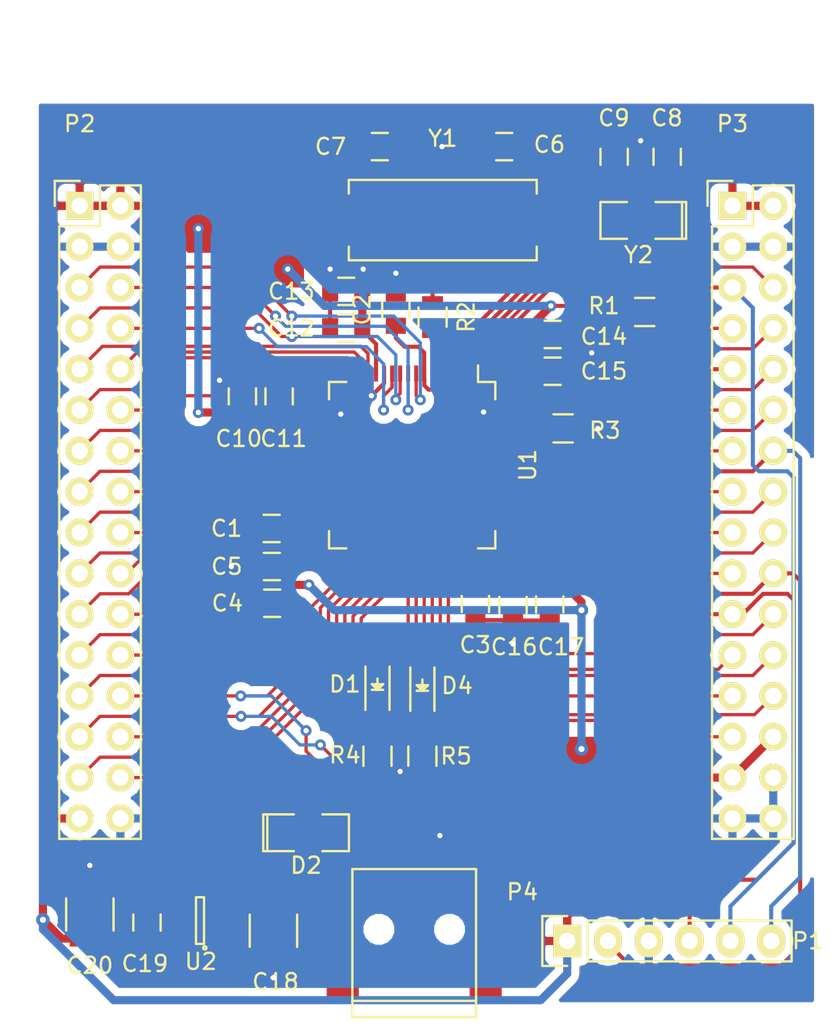
<source format=kicad_pcb>
(kicad_pcb (version 4) (host pcbnew 4.0.0-rc1-stable)

  (general
    (links 140)
    (no_connects 25)
    (area 49.549267 76.099999 101.700001 139.800001)
    (thickness 1.6)
    (drawings 4)
    (tracks 516)
    (zones 0)
    (modules 36)
    (nets 65)
  )

  (page A4)
  (layers
    (0 F.Cu signal)
    (31 B.Cu signal)
    (32 B.Adhes user)
    (33 F.Adhes user)
    (34 B.Paste user)
    (35 F.Paste user)
    (36 B.SilkS user)
    (37 F.SilkS user)
    (38 B.Mask user)
    (39 F.Mask user)
    (40 Dwgs.User user)
    (41 Cmts.User user)
    (42 Eco1.User user)
    (43 Eco2.User user)
    (44 Edge.Cuts user)
    (45 Margin user)
    (46 B.CrtYd user)
    (47 F.CrtYd user)
    (48 B.Fab user)
    (49 F.Fab user)
  )

  (setup
    (last_trace_width 0.254)
    (trace_clearance 0.1524)
    (zone_clearance 0.508)
    (zone_45_only no)
    (trace_min 0.1524)
    (segment_width 0.2)
    (edge_width 0.15)
    (via_size 0.6858)
    (via_drill 0.3302)
    (via_min_size 0.6858)
    (via_min_drill 0.3302)
    (uvia_size 0.6858)
    (uvia_drill 0.3302)
    (uvias_allowed no)
    (uvia_min_size 0)
    (uvia_min_drill 0)
    (pcb_text_width 0.3)
    (pcb_text_size 1.5 1.5)
    (mod_edge_width 0.15)
    (mod_text_size 1 1)
    (mod_text_width 0.15)
    (pad_size 1.524 1.524)
    (pad_drill 0.762)
    (pad_to_mask_clearance 0.2)
    (aux_axis_origin 0 0)
    (visible_elements FFFEFF7F)
    (pcbplotparams
      (layerselection 0x00030_80000001)
      (usegerberextensions false)
      (excludeedgelayer true)
      (linewidth 0.100000)
      (plotframeref false)
      (viasonmask false)
      (mode 1)
      (useauxorigin false)
      (hpglpennumber 1)
      (hpglpenspeed 20)
      (hpglpendiameter 15)
      (hpglpenoverlay 2)
      (psnegative false)
      (psa4output false)
      (plotreference true)
      (plotvalue true)
      (plotinvisibletext false)
      (padsonsilk false)
      (subtractmaskfromsilk false)
      (outputformat 1)
      (mirror false)
      (drillshape 1)
      (scaleselection 1)
      (outputdirectory ""))
  )

  (net 0 "")
  (net 1 GND)
  (net 2 VCAP1)
  (net 3 NRST)
  (net 4 VCAP2)
  (net 5 VDD1)
  (net 6 OSCIN)
  (net 7 "Net-(C7-Pad2)")
  (net 8 OSC32_IN)
  (net 9 OSC32_OUT)
  (net 10 5V_IN)
  (net 11 "Net-(C19-Pad2)")
  (net 12 PB10)
  (net 13 "Net-(D1-Pad1)")
  (net 14 "Net-(D2-Pad2)")
  (net 15 PB11)
  (net 16 "Net-(D4-Pad1)")
  (net 17 SWCLK)
  (net 18 SWDIO)
  (net 19 TRACESWO)
  (net 20 PB5)
  (net 21 PB6)
  (net 22 PB7)
  (net 23 BOOT0)
  (net 24 PB8)
  (net 25 PB9)
  (net 26 PC13)
  (net 27 PC0)
  (net 28 PC1)
  (net 29 PC2)
  (net 30 PC3)
  (net 31 PA0)
  (net 32 PA1)
  (net 33 PA2)
  (net 34 PA3)
  (net 35 PA4)
  (net 36 PA5)
  (net 37 PA6)
  (net 38 PA7)
  (net 39 PC4)
  (net 40 PC5)
  (net 41 PB0)
  (net 42 PB1)
  (net 43 PB2)
  (net 44 PB4)
  (net 45 PD2)
  (net 46 PC12)
  (net 47 PC11)
  (net 48 PC10)
  (net 49 PA15)
  (net 50 PA12)
  (net 51 PA11)
  (net 52 PA10)
  (net 53 PA9)
  (net 54 PA8)
  (net 55 PC9)
  (net 56 PC8)
  (net 57 PC7)
  (net 58 PC6)
  (net 59 PB15)
  (net 60 PB14)
  (net 61 PB13)
  (net 62 PB12)
  (net 63 OSCOUT)
  (net 64 VBAT)

  (net_class Default "This is the default net class."
    (clearance 0.1524)
    (trace_width 0.254)
    (via_dia 0.6858)
    (via_drill 0.3302)
    (uvia_dia 0.6858)
    (uvia_drill 0.3302)
    (add_net BOOT0)
    (add_net GND)
    (add_net NRST)
    (add_net "Net-(C19-Pad2)")
    (add_net "Net-(C7-Pad2)")
    (add_net "Net-(D1-Pad1)")
    (add_net "Net-(D4-Pad1)")
    (add_net OSC32_IN)
    (add_net OSC32_OUT)
    (add_net OSCIN)
    (add_net OSCOUT)
    (add_net SWCLK)
    (add_net SWDIO)
    (add_net TRACESWO)
    (add_net VBAT)
    (add_net VCAP1)
    (add_net VCAP2)
  )

  (net_class Power ""
    (clearance 0.1524)
    (trace_width 0.508)
    (via_dia 0.8382)
    (via_drill 0.381)
    (uvia_dia 0.6858)
    (uvia_drill 0.3302)
    (add_net 5V_IN)
    (add_net "Net-(D2-Pad2)")
    (add_net VDD1)
  )

  (net_class Thin ""
    (clearance 0.1524)
    (trace_width 0.2032)
    (via_dia 0.6858)
    (via_drill 0.3302)
    (uvia_dia 0.6858)
    (uvia_drill 0.3302)
    (add_net PA0)
    (add_net PA1)
    (add_net PA10)
    (add_net PA11)
    (add_net PA12)
    (add_net PA15)
    (add_net PA2)
    (add_net PA3)
    (add_net PA4)
    (add_net PA5)
    (add_net PA6)
    (add_net PA7)
    (add_net PA8)
    (add_net PA9)
    (add_net PB0)
    (add_net PB1)
    (add_net PB10)
    (add_net PB11)
    (add_net PB12)
    (add_net PB13)
    (add_net PB14)
    (add_net PB15)
    (add_net PB2)
    (add_net PB4)
    (add_net PB5)
    (add_net PB6)
    (add_net PB7)
    (add_net PB8)
    (add_net PB9)
    (add_net PC0)
    (add_net PC1)
    (add_net PC10)
    (add_net PC11)
    (add_net PC12)
    (add_net PC13)
    (add_net PC2)
    (add_net PC3)
    (add_net PC4)
    (add_net PC5)
    (add_net PC6)
    (add_net PC7)
    (add_net PC8)
    (add_net PC9)
    (add_net PD2)
  )

  (module Capacitors_SMD:C_0805 (layer F.Cu) (tedit 5415D6EA) (tstamp 56298482)
    (at 84.058 99.187)
    (descr "Capacitor SMD 0805, reflow soldering, AVX (see smccp.pdf)")
    (tags "capacitor 0805")
    (path /561DFCB4)
    (attr smd)
    (fp_text reference C15 (at 3.191 0) (layer F.SilkS)
      (effects (font (size 1 1) (thickness 0.15)))
    )
    (fp_text value 4.7uF (at 0 2.1) (layer F.Fab)
      (effects (font (size 1 1) (thickness 0.15)))
    )
    (fp_line (start -1.8 -1) (end 1.8 -1) (layer F.CrtYd) (width 0.05))
    (fp_line (start -1.8 1) (end 1.8 1) (layer F.CrtYd) (width 0.05))
    (fp_line (start -1.8 -1) (end -1.8 1) (layer F.CrtYd) (width 0.05))
    (fp_line (start 1.8 -1) (end 1.8 1) (layer F.CrtYd) (width 0.05))
    (fp_line (start 0.5 -0.85) (end -0.5 -0.85) (layer F.SilkS) (width 0.15))
    (fp_line (start -0.5 0.85) (end 0.5 0.85) (layer F.SilkS) (width 0.15))
    (pad 1 smd rect (at -1 0) (size 1 1.25) (layers F.Cu F.Paste F.Mask)
      (net 5 VDD1))
    (pad 2 smd rect (at 1 0) (size 1 1.25) (layers F.Cu F.Paste F.Mask)
      (net 1 GND))
    (model Capacitors_SMD.3dshapes/C_0805.wrl
      (at (xyz 0 0 0))
      (scale (xyz 1 1 1))
      (rotate (xyz 0 0 0))
    )
  )

  (module Capacitors_SMD:C_0805 (layer F.Cu) (tedit 5415D6EA) (tstamp 5629847C)
    (at 84.058 96.901)
    (descr "Capacitor SMD 0805, reflow soldering, AVX (see smccp.pdf)")
    (tags "capacitor 0805")
    (path /561DFCAE)
    (attr smd)
    (fp_text reference C14 (at 3.191 0.127) (layer F.SilkS)
      (effects (font (size 1 1) (thickness 0.15)))
    )
    (fp_text value .1uF (at 0 2.1) (layer F.Fab)
      (effects (font (size 1 1) (thickness 0.15)))
    )
    (fp_line (start -1.8 -1) (end 1.8 -1) (layer F.CrtYd) (width 0.05))
    (fp_line (start -1.8 1) (end 1.8 1) (layer F.CrtYd) (width 0.05))
    (fp_line (start -1.8 -1) (end -1.8 1) (layer F.CrtYd) (width 0.05))
    (fp_line (start 1.8 -1) (end 1.8 1) (layer F.CrtYd) (width 0.05))
    (fp_line (start 0.5 -0.85) (end -0.5 -0.85) (layer F.SilkS) (width 0.15))
    (fp_line (start -0.5 0.85) (end 0.5 0.85) (layer F.SilkS) (width 0.15))
    (pad 1 smd rect (at -1 0) (size 1 1.25) (layers F.Cu F.Paste F.Mask)
      (net 5 VDD1))
    (pad 2 smd rect (at 1 0) (size 1 1.25) (layers F.Cu F.Paste F.Mask)
      (net 1 GND))
    (model Capacitors_SMD.3dshapes/C_0805.wrl
      (at (xyz 0 0 0))
      (scale (xyz 1 1 1))
      (rotate (xyz 0 0 0))
    )
  )

  (module Capacitors_SMD:C_0805 (layer F.Cu) (tedit 5415D6EA) (tstamp 5629843A)
    (at 79.248 113.665 270)
    (descr "Capacitor SMD 0805, reflow soldering, AVX (see smccp.pdf)")
    (tags "capacitor 0805")
    (path /561C65F1)
    (attr smd)
    (fp_text reference C3 (at 2.54 0.016 360) (layer F.SilkS)
      (effects (font (size 1 1) (thickness 0.15)))
    )
    (fp_text value 2.2uF (at 0 2.1 270) (layer F.Fab)
      (effects (font (size 1 1) (thickness 0.15)))
    )
    (fp_line (start -1.8 -1) (end 1.8 -1) (layer F.CrtYd) (width 0.05))
    (fp_line (start -1.8 1) (end 1.8 1) (layer F.CrtYd) (width 0.05))
    (fp_line (start -1.8 -1) (end -1.8 1) (layer F.CrtYd) (width 0.05))
    (fp_line (start 1.8 -1) (end 1.8 1) (layer F.CrtYd) (width 0.05))
    (fp_line (start 0.5 -0.85) (end -0.5 -0.85) (layer F.SilkS) (width 0.15))
    (fp_line (start -0.5 0.85) (end 0.5 0.85) (layer F.SilkS) (width 0.15))
    (pad 1 smd rect (at -1 0 270) (size 1 1.25) (layers F.Cu F.Paste F.Mask)
      (net 4 VCAP2))
    (pad 2 smd rect (at 1 0 270) (size 1 1.25) (layers F.Cu F.Paste F.Mask)
      (net 1 GND))
    (model Capacitors_SMD.3dshapes/C_0805.wrl
      (at (xyz 0 0 0))
      (scale (xyz 1 1 1))
      (rotate (xyz 0 0 0))
    )
  )

  (module Capacitors_SMD:C_0805 (layer F.Cu) (tedit 5415D6EA) (tstamp 5629848E)
    (at 83.874768 113.689682 270)
    (descr "Capacitor SMD 0805, reflow soldering, AVX (see smccp.pdf)")
    (tags "capacitor 0805")
    (path /561DFCD1)
    (attr smd)
    (fp_text reference C17 (at 2.642318 -0.707232 360) (layer F.SilkS)
      (effects (font (size 1 1) (thickness 0.15)))
    )
    (fp_text value 4.7uF (at 0 2.1 270) (layer F.Fab)
      (effects (font (size 1 1) (thickness 0.15)))
    )
    (fp_line (start -1.8 -1) (end 1.8 -1) (layer F.CrtYd) (width 0.05))
    (fp_line (start -1.8 1) (end 1.8 1) (layer F.CrtYd) (width 0.05))
    (fp_line (start -1.8 -1) (end -1.8 1) (layer F.CrtYd) (width 0.05))
    (fp_line (start 1.8 -1) (end 1.8 1) (layer F.CrtYd) (width 0.05))
    (fp_line (start 0.5 -0.85) (end -0.5 -0.85) (layer F.SilkS) (width 0.15))
    (fp_line (start -0.5 0.85) (end 0.5 0.85) (layer F.SilkS) (width 0.15))
    (pad 1 smd rect (at -1 0 270) (size 1 1.25) (layers F.Cu F.Paste F.Mask)
      (net 5 VDD1))
    (pad 2 smd rect (at 1 0 270) (size 1 1.25) (layers F.Cu F.Paste F.Mask)
      (net 1 GND))
    (model Capacitors_SMD.3dshapes/C_0805.wrl
      (at (xyz 0 0 0))
      (scale (xyz 1 1 1))
      (rotate (xyz 0 0 0))
    )
  )

  (module Capacitors_SMD:C_0805 (layer F.Cu) (tedit 5415D6EA) (tstamp 56298488)
    (at 81.588768 113.721682 270)
    (descr "Capacitor SMD 0805, reflow soldering, AVX (see smccp.pdf)")
    (tags "capacitor 0805")
    (path /561DFCCB)
    (attr smd)
    (fp_text reference C16 (at 2.610318 -0.072232 360) (layer F.SilkS)
      (effects (font (size 1 1) (thickness 0.15)))
    )
    (fp_text value .1uF (at 0 2.1 270) (layer F.Fab)
      (effects (font (size 1 1) (thickness 0.15)))
    )
    (fp_line (start -1.8 -1) (end 1.8 -1) (layer F.CrtYd) (width 0.05))
    (fp_line (start -1.8 1) (end 1.8 1) (layer F.CrtYd) (width 0.05))
    (fp_line (start -1.8 -1) (end -1.8 1) (layer F.CrtYd) (width 0.05))
    (fp_line (start 1.8 -1) (end 1.8 1) (layer F.CrtYd) (width 0.05))
    (fp_line (start 0.5 -0.85) (end -0.5 -0.85) (layer F.SilkS) (width 0.15))
    (fp_line (start -0.5 0.85) (end 0.5 0.85) (layer F.SilkS) (width 0.15))
    (pad 1 smd rect (at -1 0 270) (size 1 1.25) (layers F.Cu F.Paste F.Mask)
      (net 5 VDD1))
    (pad 2 smd rect (at 1 0 270) (size 1 1.25) (layers F.Cu F.Paste F.Mask)
      (net 1 GND))
    (model Capacitors_SMD.3dshapes/C_0805.wrl
      (at (xyz 0 0 0))
      (scale (xyz 1 1 1))
      (rotate (xyz 0 0 0))
    )
  )

  (module Housings_QFP:LQFP-64_10x10mm_Pitch0.5mm (layer F.Cu) (tedit 54130A77) (tstamp 56298575)
    (at 75.311 105.029 270)
    (descr "64 LEAD LQFP 10x10mm (see MICREL LQFP10x10-64LD-PL-1.pdf)")
    (tags "QFP 0.5")
    (path /561C5305)
    (attr smd)
    (fp_text reference U1 (at 0 -7.2 270) (layer F.SilkS)
      (effects (font (size 1 1) (thickness 0.15)))
    )
    (fp_text value STM32F405RG (at 0 7.2 270) (layer F.Fab)
      (effects (font (size 1 1) (thickness 0.15)))
    )
    (fp_line (start -6.45 -6.45) (end -6.45 6.45) (layer F.CrtYd) (width 0.05))
    (fp_line (start 6.45 -6.45) (end 6.45 6.45) (layer F.CrtYd) (width 0.05))
    (fp_line (start -6.45 -6.45) (end 6.45 -6.45) (layer F.CrtYd) (width 0.05))
    (fp_line (start -6.45 6.45) (end 6.45 6.45) (layer F.CrtYd) (width 0.05))
    (fp_line (start -5.175 -5.175) (end -5.175 -4.1) (layer F.SilkS) (width 0.15))
    (fp_line (start 5.175 -5.175) (end 5.175 -4.1) (layer F.SilkS) (width 0.15))
    (fp_line (start 5.175 5.175) (end 5.175 4.1) (layer F.SilkS) (width 0.15))
    (fp_line (start -5.175 5.175) (end -5.175 4.1) (layer F.SilkS) (width 0.15))
    (fp_line (start -5.175 -5.175) (end -4.1 -5.175) (layer F.SilkS) (width 0.15))
    (fp_line (start -5.175 5.175) (end -4.1 5.175) (layer F.SilkS) (width 0.15))
    (fp_line (start 5.175 5.175) (end 4.1 5.175) (layer F.SilkS) (width 0.15))
    (fp_line (start 5.175 -5.175) (end 4.1 -5.175) (layer F.SilkS) (width 0.15))
    (fp_line (start -5.175 -4.1) (end -6.2 -4.1) (layer F.SilkS) (width 0.15))
    (pad 1 smd rect (at -5.7 -3.75 270) (size 1 0.25) (layers F.Cu F.Paste F.Mask)
      (net 64 VBAT))
    (pad 2 smd rect (at -5.7 -3.25 270) (size 1 0.25) (layers F.Cu F.Paste F.Mask)
      (net 26 PC13))
    (pad 3 smd rect (at -5.7 -2.75 270) (size 1 0.25) (layers F.Cu F.Paste F.Mask)
      (net 8 OSC32_IN))
    (pad 4 smd rect (at -5.7 -2.25 270) (size 1 0.25) (layers F.Cu F.Paste F.Mask)
      (net 9 OSC32_OUT))
    (pad 5 smd rect (at -5.7 -1.75 270) (size 1 0.25) (layers F.Cu F.Paste F.Mask)
      (net 6 OSCIN))
    (pad 6 smd rect (at -5.7 -1.25 270) (size 1 0.25) (layers F.Cu F.Paste F.Mask)
      (net 63 OSCOUT))
    (pad 7 smd rect (at -5.7 -0.75 270) (size 1 0.25) (layers F.Cu F.Paste F.Mask)
      (net 3 NRST))
    (pad 8 smd rect (at -5.7 -0.25 270) (size 1 0.25) (layers F.Cu F.Paste F.Mask)
      (net 27 PC0))
    (pad 9 smd rect (at -5.7 0.25 270) (size 1 0.25) (layers F.Cu F.Paste F.Mask)
      (net 28 PC1))
    (pad 10 smd rect (at -5.7 0.75 270) (size 1 0.25) (layers F.Cu F.Paste F.Mask)
      (net 29 PC2))
    (pad 11 smd rect (at -5.7 1.25 270) (size 1 0.25) (layers F.Cu F.Paste F.Mask)
      (net 30 PC3))
    (pad 12 smd rect (at -5.7 1.75 270) (size 1 0.25) (layers F.Cu F.Paste F.Mask)
      (net 1 GND))
    (pad 13 smd rect (at -5.7 2.25 270) (size 1 0.25) (layers F.Cu F.Paste F.Mask)
      (net 5 VDD1))
    (pad 14 smd rect (at -5.7 2.75 270) (size 1 0.25) (layers F.Cu F.Paste F.Mask)
      (net 31 PA0))
    (pad 15 smd rect (at -5.7 3.25 270) (size 1 0.25) (layers F.Cu F.Paste F.Mask)
      (net 32 PA1))
    (pad 16 smd rect (at -5.7 3.75 270) (size 1 0.25) (layers F.Cu F.Paste F.Mask)
      (net 33 PA2))
    (pad 17 smd rect (at -3.75 5.7) (size 1 0.25) (layers F.Cu F.Paste F.Mask)
      (net 34 PA3))
    (pad 18 smd rect (at -3.25 5.7) (size 1 0.25) (layers F.Cu F.Paste F.Mask)
      (net 1 GND))
    (pad 19 smd rect (at -2.75 5.7) (size 1 0.25) (layers F.Cu F.Paste F.Mask)
      (net 5 VDD1))
    (pad 20 smd rect (at -2.25 5.7) (size 1 0.25) (layers F.Cu F.Paste F.Mask)
      (net 35 PA4))
    (pad 21 smd rect (at -1.75 5.7) (size 1 0.25) (layers F.Cu F.Paste F.Mask)
      (net 36 PA5))
    (pad 22 smd rect (at -1.25 5.7) (size 1 0.25) (layers F.Cu F.Paste F.Mask)
      (net 37 PA6))
    (pad 23 smd rect (at -0.75 5.7) (size 1 0.25) (layers F.Cu F.Paste F.Mask)
      (net 38 PA7))
    (pad 24 smd rect (at -0.25 5.7) (size 1 0.25) (layers F.Cu F.Paste F.Mask)
      (net 39 PC4))
    (pad 25 smd rect (at 0.25 5.7) (size 1 0.25) (layers F.Cu F.Paste F.Mask)
      (net 40 PC5))
    (pad 26 smd rect (at 0.75 5.7) (size 1 0.25) (layers F.Cu F.Paste F.Mask)
      (net 41 PB0))
    (pad 27 smd rect (at 1.25 5.7) (size 1 0.25) (layers F.Cu F.Paste F.Mask)
      (net 42 PB1))
    (pad 28 smd rect (at 1.75 5.7) (size 1 0.25) (layers F.Cu F.Paste F.Mask)
      (net 43 PB2))
    (pad 29 smd rect (at 2.25 5.7) (size 1 0.25) (layers F.Cu F.Paste F.Mask)
      (net 12 PB10))
    (pad 30 smd rect (at 2.75 5.7) (size 1 0.25) (layers F.Cu F.Paste F.Mask)
      (net 15 PB11))
    (pad 31 smd rect (at 3.25 5.7) (size 1 0.25) (layers F.Cu F.Paste F.Mask)
      (net 2 VCAP1))
    (pad 32 smd rect (at 3.75 5.7) (size 1 0.25) (layers F.Cu F.Paste F.Mask)
      (net 5 VDD1))
    (pad 33 smd rect (at 5.7 3.75 270) (size 1 0.25) (layers F.Cu F.Paste F.Mask)
      (net 62 PB12))
    (pad 34 smd rect (at 5.7 3.25 270) (size 1 0.25) (layers F.Cu F.Paste F.Mask)
      (net 61 PB13))
    (pad 35 smd rect (at 5.7 2.75 270) (size 1 0.25) (layers F.Cu F.Paste F.Mask)
      (net 60 PB14))
    (pad 36 smd rect (at 5.7 2.25 270) (size 1 0.25) (layers F.Cu F.Paste F.Mask)
      (net 59 PB15))
    (pad 37 smd rect (at 5.7 1.75 270) (size 1 0.25) (layers F.Cu F.Paste F.Mask)
      (net 58 PC6))
    (pad 38 smd rect (at 5.7 1.25 270) (size 1 0.25) (layers F.Cu F.Paste F.Mask)
      (net 57 PC7))
    (pad 39 smd rect (at 5.7 0.75 270) (size 1 0.25) (layers F.Cu F.Paste F.Mask)
      (net 56 PC8))
    (pad 40 smd rect (at 5.7 0.25 270) (size 1 0.25) (layers F.Cu F.Paste F.Mask)
      (net 55 PC9))
    (pad 41 smd rect (at 5.7 -0.25 270) (size 1 0.25) (layers F.Cu F.Paste F.Mask)
      (net 54 PA8))
    (pad 42 smd rect (at 5.7 -0.75 270) (size 1 0.25) (layers F.Cu F.Paste F.Mask)
      (net 53 PA9))
    (pad 43 smd rect (at 5.7 -1.25 270) (size 1 0.25) (layers F.Cu F.Paste F.Mask)
      (net 52 PA10))
    (pad 44 smd rect (at 5.7 -1.75 270) (size 1 0.25) (layers F.Cu F.Paste F.Mask)
      (net 51 PA11))
    (pad 45 smd rect (at 5.7 -2.25 270) (size 1 0.25) (layers F.Cu F.Paste F.Mask)
      (net 50 PA12))
    (pad 46 smd rect (at 5.7 -2.75 270) (size 1 0.25) (layers F.Cu F.Paste F.Mask)
      (net 18 SWDIO))
    (pad 47 smd rect (at 5.7 -3.25 270) (size 1 0.25) (layers F.Cu F.Paste F.Mask)
      (net 4 VCAP2))
    (pad 48 smd rect (at 5.7 -3.75 270) (size 1 0.25) (layers F.Cu F.Paste F.Mask)
      (net 5 VDD1))
    (pad 49 smd rect (at 3.75 -5.7) (size 1 0.25) (layers F.Cu F.Paste F.Mask)
      (net 17 SWCLK))
    (pad 50 smd rect (at 3.25 -5.7) (size 1 0.25) (layers F.Cu F.Paste F.Mask)
      (net 49 PA15))
    (pad 51 smd rect (at 2.75 -5.7) (size 1 0.25) (layers F.Cu F.Paste F.Mask)
      (net 48 PC10))
    (pad 52 smd rect (at 2.25 -5.7) (size 1 0.25) (layers F.Cu F.Paste F.Mask)
      (net 47 PC11))
    (pad 53 smd rect (at 1.75 -5.7) (size 1 0.25) (layers F.Cu F.Paste F.Mask)
      (net 46 PC12))
    (pad 54 smd rect (at 1.25 -5.7) (size 1 0.25) (layers F.Cu F.Paste F.Mask)
      (net 45 PD2))
    (pad 55 smd rect (at 0.75 -5.7) (size 1 0.25) (layers F.Cu F.Paste F.Mask)
      (net 19 TRACESWO))
    (pad 56 smd rect (at 0.25 -5.7) (size 1 0.25) (layers F.Cu F.Paste F.Mask)
      (net 44 PB4))
    (pad 57 smd rect (at -0.25 -5.7) (size 1 0.25) (layers F.Cu F.Paste F.Mask)
      (net 20 PB5))
    (pad 58 smd rect (at -0.75 -5.7) (size 1 0.25) (layers F.Cu F.Paste F.Mask)
      (net 21 PB6))
    (pad 59 smd rect (at -1.25 -5.7) (size 1 0.25) (layers F.Cu F.Paste F.Mask)
      (net 22 PB7))
    (pad 60 smd rect (at -1.75 -5.7) (size 1 0.25) (layers F.Cu F.Paste F.Mask)
      (net 23 BOOT0))
    (pad 61 smd rect (at -2.25 -5.7) (size 1 0.25) (layers F.Cu F.Paste F.Mask)
      (net 24 PB8))
    (pad 62 smd rect (at -2.75 -5.7) (size 1 0.25) (layers F.Cu F.Paste F.Mask)
      (net 25 PB9))
    (pad 63 smd rect (at -3.25 -5.7) (size 1 0.25) (layers F.Cu F.Paste F.Mask)
      (net 1 GND))
    (pad 64 smd rect (at -3.75 -5.7) (size 1 0.25) (layers F.Cu F.Paste F.Mask)
      (net 5 VDD1))
    (model Housings_QFP.3dshapes/LQFP-64_10x10mm_Pitch0.5mm.wrl
      (at (xyz 0 0 0))
      (scale (xyz 1 1 1))
      (rotate (xyz 0 0 0))
    )
  )

  (module Capacitors_SMD:C_0805 (layer F.Cu) (tedit 5415D6EA) (tstamp 5629842E)
    (at 66.564 108.966)
    (descr "Capacitor SMD 0805, reflow soldering, AVX (see smccp.pdf)")
    (tags "capacitor 0805")
    (path /561C6682)
    (attr smd)
    (fp_text reference C1 (at -2.81 0) (layer F.SilkS)
      (effects (font (size 1 1) (thickness 0.15)))
    )
    (fp_text value 2.2uF (at 0 2.1) (layer F.Fab)
      (effects (font (size 1 1) (thickness 0.15)))
    )
    (fp_line (start -1.8 -1) (end 1.8 -1) (layer F.CrtYd) (width 0.05))
    (fp_line (start -1.8 1) (end 1.8 1) (layer F.CrtYd) (width 0.05))
    (fp_line (start -1.8 -1) (end -1.8 1) (layer F.CrtYd) (width 0.05))
    (fp_line (start 1.8 -1) (end 1.8 1) (layer F.CrtYd) (width 0.05))
    (fp_line (start 0.5 -0.85) (end -0.5 -0.85) (layer F.SilkS) (width 0.15))
    (fp_line (start -0.5 0.85) (end 0.5 0.85) (layer F.SilkS) (width 0.15))
    (pad 1 smd rect (at -1 0) (size 1 1.25) (layers F.Cu F.Paste F.Mask)
      (net 1 GND))
    (pad 2 smd rect (at 1 0) (size 1 1.25) (layers F.Cu F.Paste F.Mask)
      (net 2 VCAP1))
    (model Capacitors_SMD.3dshapes/C_0805.wrl
      (at (xyz 0 0 0))
      (scale (xyz 1 1 1))
      (rotate (xyz 0 0 0))
    )
  )

  (module Capacitors_SMD:C_0805 (layer F.Cu) (tedit 5415D6EA) (tstamp 56298434)
    (at 74.295 95.361 90)
    (descr "Capacitor SMD 0805, reflow soldering, AVX (see smccp.pdf)")
    (tags "capacitor 0805")
    (path /561CB51F)
    (attr smd)
    (fp_text reference C2 (at 0 -2.1 90) (layer F.SilkS)
      (effects (font (size 1 1) (thickness 0.15)))
    )
    (fp_text value .1uF (at 0 2.1 90) (layer F.Fab)
      (effects (font (size 1 1) (thickness 0.15)))
    )
    (fp_line (start -1.8 -1) (end 1.8 -1) (layer F.CrtYd) (width 0.05))
    (fp_line (start -1.8 1) (end 1.8 1) (layer F.CrtYd) (width 0.05))
    (fp_line (start -1.8 -1) (end -1.8 1) (layer F.CrtYd) (width 0.05))
    (fp_line (start 1.8 -1) (end 1.8 1) (layer F.CrtYd) (width 0.05))
    (fp_line (start 0.5 -0.85) (end -0.5 -0.85) (layer F.SilkS) (width 0.15))
    (fp_line (start -0.5 0.85) (end 0.5 0.85) (layer F.SilkS) (width 0.15))
    (pad 1 smd rect (at -1 0 90) (size 1 1.25) (layers F.Cu F.Paste F.Mask)
      (net 3 NRST))
    (pad 2 smd rect (at 1 0 90) (size 1 1.25) (layers F.Cu F.Paste F.Mask)
      (net 1 GND))
    (model Capacitors_SMD.3dshapes/C_0805.wrl
      (at (xyz 0 0 0))
      (scale (xyz 1 1 1))
      (rotate (xyz 0 0 0))
    )
  )

  (module Capacitors_SMD:C_0805 (layer F.Cu) (tedit 5415D6EA) (tstamp 56298440)
    (at 66.595974 113.617878 180)
    (descr "Capacitor SMD 0805, reflow soldering, AVX (see smccp.pdf)")
    (tags "capacitor 0805")
    (path /561C573E)
    (attr smd)
    (fp_text reference C4 (at 2.794 0 180) (layer F.SilkS)
      (effects (font (size 1 1) (thickness 0.15)))
    )
    (fp_text value .1uF (at 0 2.1 180) (layer F.Fab)
      (effects (font (size 1 1) (thickness 0.15)))
    )
    (fp_line (start -1.8 -1) (end 1.8 -1) (layer F.CrtYd) (width 0.05))
    (fp_line (start -1.8 1) (end 1.8 1) (layer F.CrtYd) (width 0.05))
    (fp_line (start -1.8 -1) (end -1.8 1) (layer F.CrtYd) (width 0.05))
    (fp_line (start 1.8 -1) (end 1.8 1) (layer F.CrtYd) (width 0.05))
    (fp_line (start 0.5 -0.85) (end -0.5 -0.85) (layer F.SilkS) (width 0.15))
    (fp_line (start -0.5 0.85) (end 0.5 0.85) (layer F.SilkS) (width 0.15))
    (pad 1 smd rect (at -1 0 180) (size 1 1.25) (layers F.Cu F.Paste F.Mask)
      (net 5 VDD1))
    (pad 2 smd rect (at 1 0 180) (size 1 1.25) (layers F.Cu F.Paste F.Mask)
      (net 1 GND))
    (model Capacitors_SMD.3dshapes/C_0805.wrl
      (at (xyz 0 0 0))
      (scale (xyz 1 1 1))
      (rotate (xyz 0 0 0))
    )
  )

  (module Capacitors_SMD:C_0805 (layer F.Cu) (tedit 5415D6EA) (tstamp 56298446)
    (at 66.579974 111.331878 180)
    (descr "Capacitor SMD 0805, reflow soldering, AVX (see smccp.pdf)")
    (tags "capacitor 0805")
    (path /561C5744)
    (attr smd)
    (fp_text reference C5 (at 2.81 0 180) (layer F.SilkS)
      (effects (font (size 1 1) (thickness 0.15)))
    )
    (fp_text value 4.7uF (at 0 2.1 180) (layer F.Fab)
      (effects (font (size 1 1) (thickness 0.15)))
    )
    (fp_line (start -1.8 -1) (end 1.8 -1) (layer F.CrtYd) (width 0.05))
    (fp_line (start -1.8 1) (end 1.8 1) (layer F.CrtYd) (width 0.05))
    (fp_line (start -1.8 -1) (end -1.8 1) (layer F.CrtYd) (width 0.05))
    (fp_line (start 1.8 -1) (end 1.8 1) (layer F.CrtYd) (width 0.05))
    (fp_line (start 0.5 -0.85) (end -0.5 -0.85) (layer F.SilkS) (width 0.15))
    (fp_line (start -0.5 0.85) (end 0.5 0.85) (layer F.SilkS) (width 0.15))
    (pad 1 smd rect (at -1 0 180) (size 1 1.25) (layers F.Cu F.Paste F.Mask)
      (net 5 VDD1))
    (pad 2 smd rect (at 1 0 180) (size 1 1.25) (layers F.Cu F.Paste F.Mask)
      (net 1 GND))
    (model Capacitors_SMD.3dshapes/C_0805.wrl
      (at (xyz 0 0 0))
      (scale (xyz 1 1 1))
      (rotate (xyz 0 0 0))
    )
  )

  (module Capacitors_SMD:C_0805 (layer F.Cu) (tedit 5415D6EA) (tstamp 5629844C)
    (at 81.042 85.217)
    (descr "Capacitor SMD 0805, reflow soldering, AVX (see smccp.pdf)")
    (tags "capacitor 0805")
    (path /561C8DE7)
    (attr smd)
    (fp_text reference C6 (at 2.81 -0.127) (layer F.SilkS)
      (effects (font (size 1 1) (thickness 0.15)))
    )
    (fp_text value 12pF (at 0 2.1) (layer F.Fab)
      (effects (font (size 1 1) (thickness 0.15)))
    )
    (fp_line (start -1.8 -1) (end 1.8 -1) (layer F.CrtYd) (width 0.05))
    (fp_line (start -1.8 1) (end 1.8 1) (layer F.CrtYd) (width 0.05))
    (fp_line (start -1.8 -1) (end -1.8 1) (layer F.CrtYd) (width 0.05))
    (fp_line (start 1.8 -1) (end 1.8 1) (layer F.CrtYd) (width 0.05))
    (fp_line (start 0.5 -0.85) (end -0.5 -0.85) (layer F.SilkS) (width 0.15))
    (fp_line (start -0.5 0.85) (end 0.5 0.85) (layer F.SilkS) (width 0.15))
    (pad 1 smd rect (at -1 0) (size 1 1.25) (layers F.Cu F.Paste F.Mask)
      (net 1 GND))
    (pad 2 smd rect (at 1 0) (size 1 1.25) (layers F.Cu F.Paste F.Mask)
      (net 6 OSCIN))
    (model Capacitors_SMD.3dshapes/C_0805.wrl
      (at (xyz 0 0 0))
      (scale (xyz 1 1 1))
      (rotate (xyz 0 0 0))
    )
  )

  (module Capacitors_SMD:C_0805 (layer F.Cu) (tedit 5415D6EA) (tstamp 56298452)
    (at 73.295 85.217 180)
    (descr "Capacitor SMD 0805, reflow soldering, AVX (see smccp.pdf)")
    (tags "capacitor 0805")
    (path /561C8E54)
    (attr smd)
    (fp_text reference C7 (at 3.064 0 180) (layer F.SilkS)
      (effects (font (size 1 1) (thickness 0.15)))
    )
    (fp_text value 12pF (at 0 2.1 180) (layer F.Fab)
      (effects (font (size 1 1) (thickness 0.15)))
    )
    (fp_line (start -1.8 -1) (end 1.8 -1) (layer F.CrtYd) (width 0.05))
    (fp_line (start -1.8 1) (end 1.8 1) (layer F.CrtYd) (width 0.05))
    (fp_line (start -1.8 -1) (end -1.8 1) (layer F.CrtYd) (width 0.05))
    (fp_line (start 1.8 -1) (end 1.8 1) (layer F.CrtYd) (width 0.05))
    (fp_line (start 0.5 -0.85) (end -0.5 -0.85) (layer F.SilkS) (width 0.15))
    (fp_line (start -0.5 0.85) (end 0.5 0.85) (layer F.SilkS) (width 0.15))
    (pad 1 smd rect (at -1 0 180) (size 1 1.25) (layers F.Cu F.Paste F.Mask)
      (net 1 GND))
    (pad 2 smd rect (at 1 0 180) (size 1 1.25) (layers F.Cu F.Paste F.Mask)
      (net 7 "Net-(C7-Pad2)"))
    (model Capacitors_SMD.3dshapes/C_0805.wrl
      (at (xyz 0 0 0))
      (scale (xyz 1 1 1))
      (rotate (xyz 0 0 0))
    )
  )

  (module Capacitors_SMD:C_0805 (layer F.Cu) (tedit 5415D6EA) (tstamp 56298458)
    (at 91.186 85.852 270)
    (descr "Capacitor SMD 0805, reflow soldering, AVX (see smccp.pdf)")
    (tags "capacitor 0805")
    (path /561D4E71)
    (attr smd)
    (fp_text reference C8 (at -2.413 0.016 360) (layer F.SilkS)
      (effects (font (size 1 1) (thickness 0.15)))
    )
    (fp_text value 12pF (at 0 2.1 270) (layer F.Fab)
      (effects (font (size 1 1) (thickness 0.15)))
    )
    (fp_line (start -1.8 -1) (end 1.8 -1) (layer F.CrtYd) (width 0.05))
    (fp_line (start -1.8 1) (end 1.8 1) (layer F.CrtYd) (width 0.05))
    (fp_line (start -1.8 -1) (end -1.8 1) (layer F.CrtYd) (width 0.05))
    (fp_line (start 1.8 -1) (end 1.8 1) (layer F.CrtYd) (width 0.05))
    (fp_line (start 0.5 -0.85) (end -0.5 -0.85) (layer F.SilkS) (width 0.15))
    (fp_line (start -0.5 0.85) (end 0.5 0.85) (layer F.SilkS) (width 0.15))
    (pad 1 smd rect (at -1 0 270) (size 1 1.25) (layers F.Cu F.Paste F.Mask)
      (net 1 GND))
    (pad 2 smd rect (at 1 0 270) (size 1 1.25) (layers F.Cu F.Paste F.Mask)
      (net 8 OSC32_IN))
    (model Capacitors_SMD.3dshapes/C_0805.wrl
      (at (xyz 0 0 0))
      (scale (xyz 1 1 1))
      (rotate (xyz 0 0 0))
    )
  )

  (module Capacitors_SMD:C_0805 (layer F.Cu) (tedit 5415D6EA) (tstamp 5629845E)
    (at 87.884 85.852 270)
    (descr "Capacitor SMD 0805, reflow soldering, AVX (see smccp.pdf)")
    (tags "capacitor 0805")
    (path /561D4E77)
    (attr smd)
    (fp_text reference C9 (at -2.413 0.016 360) (layer F.SilkS)
      (effects (font (size 1 1) (thickness 0.15)))
    )
    (fp_text value 12pF (at 0 2.1 270) (layer F.Fab)
      (effects (font (size 1 1) (thickness 0.15)))
    )
    (fp_line (start -1.8 -1) (end 1.8 -1) (layer F.CrtYd) (width 0.05))
    (fp_line (start -1.8 1) (end 1.8 1) (layer F.CrtYd) (width 0.05))
    (fp_line (start -1.8 -1) (end -1.8 1) (layer F.CrtYd) (width 0.05))
    (fp_line (start 1.8 -1) (end 1.8 1) (layer F.CrtYd) (width 0.05))
    (fp_line (start 0.5 -0.85) (end -0.5 -0.85) (layer F.SilkS) (width 0.15))
    (fp_line (start -0.5 0.85) (end 0.5 0.85) (layer F.SilkS) (width 0.15))
    (pad 1 smd rect (at -1 0 270) (size 1 1.25) (layers F.Cu F.Paste F.Mask)
      (net 1 GND))
    (pad 2 smd rect (at 1 0 270) (size 1 1.25) (layers F.Cu F.Paste F.Mask)
      (net 9 OSC32_OUT))
    (model Capacitors_SMD.3dshapes/C_0805.wrl
      (at (xyz 0 0 0))
      (scale (xyz 1 1 1))
      (rotate (xyz 0 0 0))
    )
  )

  (module Capacitors_SMD:C_0805 (layer F.Cu) (tedit 5415D6EA) (tstamp 56298464)
    (at 64.741952 100.750538 90)
    (descr "Capacitor SMD 0805, reflow soldering, AVX (see smccp.pdf)")
    (tags "capacitor 0805")
    (path /561DFAEA)
    (attr smd)
    (fp_text reference C10 (at -2.627462 -0.225952 180) (layer F.SilkS)
      (effects (font (size 1 1) (thickness 0.15)))
    )
    (fp_text value .1uF (at 0 2.1 90) (layer F.Fab)
      (effects (font (size 1 1) (thickness 0.15)))
    )
    (fp_line (start -1.8 -1) (end 1.8 -1) (layer F.CrtYd) (width 0.05))
    (fp_line (start -1.8 1) (end 1.8 1) (layer F.CrtYd) (width 0.05))
    (fp_line (start -1.8 -1) (end -1.8 1) (layer F.CrtYd) (width 0.05))
    (fp_line (start 1.8 -1) (end 1.8 1) (layer F.CrtYd) (width 0.05))
    (fp_line (start 0.5 -0.85) (end -0.5 -0.85) (layer F.SilkS) (width 0.15))
    (fp_line (start -0.5 0.85) (end 0.5 0.85) (layer F.SilkS) (width 0.15))
    (pad 1 smd rect (at -1 0 90) (size 1 1.25) (layers F.Cu F.Paste F.Mask)
      (net 5 VDD1))
    (pad 2 smd rect (at 1 0 90) (size 1 1.25) (layers F.Cu F.Paste F.Mask)
      (net 1 GND))
    (model Capacitors_SMD.3dshapes/C_0805.wrl
      (at (xyz 0 0 0))
      (scale (xyz 1 1 1))
      (rotate (xyz 0 0 0))
    )
  )

  (module Capacitors_SMD:C_0805 (layer F.Cu) (tedit 5415D6EA) (tstamp 5629846A)
    (at 67.027952 100.750538 90)
    (descr "Capacitor SMD 0805, reflow soldering, AVX (see smccp.pdf)")
    (tags "capacitor 0805")
    (path /561DFAF0)
    (attr smd)
    (fp_text reference C11 (at -2.627462 0.282048 180) (layer F.SilkS)
      (effects (font (size 1 1) (thickness 0.15)))
    )
    (fp_text value 4.7uF (at 0 2.1 90) (layer F.Fab)
      (effects (font (size 1 1) (thickness 0.15)))
    )
    (fp_line (start -1.8 -1) (end 1.8 -1) (layer F.CrtYd) (width 0.05))
    (fp_line (start -1.8 1) (end 1.8 1) (layer F.CrtYd) (width 0.05))
    (fp_line (start -1.8 -1) (end -1.8 1) (layer F.CrtYd) (width 0.05))
    (fp_line (start 1.8 -1) (end 1.8 1) (layer F.CrtYd) (width 0.05))
    (fp_line (start 0.5 -0.85) (end -0.5 -0.85) (layer F.SilkS) (width 0.15))
    (fp_line (start -0.5 0.85) (end 0.5 0.85) (layer F.SilkS) (width 0.15))
    (pad 1 smd rect (at -1 0 90) (size 1 1.25) (layers F.Cu F.Paste F.Mask)
      (net 5 VDD1))
    (pad 2 smd rect (at 1 0 90) (size 1 1.25) (layers F.Cu F.Paste F.Mask)
      (net 1 GND))
    (model Capacitors_SMD.3dshapes/C_0805.wrl
      (at (xyz 0 0 0))
      (scale (xyz 1 1 1))
      (rotate (xyz 0 0 0))
    )
  )

  (module Capacitors_SMD:C_0805 (layer F.Cu) (tedit 5415D6EA) (tstamp 56298470)
    (at 71.204875 96.507365 180)
    (descr "Capacitor SMD 0805, reflow soldering, AVX (see smccp.pdf)")
    (tags "capacitor 0805")
    (path /561DFB77)
    (attr smd)
    (fp_text reference C12 (at 3.413 0 180) (layer F.SilkS)
      (effects (font (size 1 1) (thickness 0.15)))
    )
    (fp_text value .1uF (at 0 2.1 180) (layer F.Fab)
      (effects (font (size 1 1) (thickness 0.15)))
    )
    (fp_line (start -1.8 -1) (end 1.8 -1) (layer F.CrtYd) (width 0.05))
    (fp_line (start -1.8 1) (end 1.8 1) (layer F.CrtYd) (width 0.05))
    (fp_line (start -1.8 -1) (end -1.8 1) (layer F.CrtYd) (width 0.05))
    (fp_line (start 1.8 -1) (end 1.8 1) (layer F.CrtYd) (width 0.05))
    (fp_line (start 0.5 -0.85) (end -0.5 -0.85) (layer F.SilkS) (width 0.15))
    (fp_line (start -0.5 0.85) (end 0.5 0.85) (layer F.SilkS) (width 0.15))
    (pad 1 smd rect (at -1 0 180) (size 1 1.25) (layers F.Cu F.Paste F.Mask)
      (net 5 VDD1))
    (pad 2 smd rect (at 1 0 180) (size 1 1.25) (layers F.Cu F.Paste F.Mask)
      (net 1 GND))
    (model Capacitors_SMD.3dshapes/C_0805.wrl
      (at (xyz 0 0 0))
      (scale (xyz 1 1 1))
      (rotate (xyz 0 0 0))
    )
  )

  (module Capacitors_SMD:C_0805 (layer F.Cu) (tedit 5415D6EA) (tstamp 56298476)
    (at 71.204875 94.221365 180)
    (descr "Capacitor SMD 0805, reflow soldering, AVX (see smccp.pdf)")
    (tags "capacitor 0805")
    (path /561DFB7D)
    (attr smd)
    (fp_text reference C13 (at 3.413 0 180) (layer F.SilkS)
      (effects (font (size 1 1) (thickness 0.15)))
    )
    (fp_text value 4.7uF (at 0 2.1 180) (layer F.Fab)
      (effects (font (size 1 1) (thickness 0.15)))
    )
    (fp_line (start -1.8 -1) (end 1.8 -1) (layer F.CrtYd) (width 0.05))
    (fp_line (start -1.8 1) (end 1.8 1) (layer F.CrtYd) (width 0.05))
    (fp_line (start -1.8 -1) (end -1.8 1) (layer F.CrtYd) (width 0.05))
    (fp_line (start 1.8 -1) (end 1.8 1) (layer F.CrtYd) (width 0.05))
    (fp_line (start 0.5 -0.85) (end -0.5 -0.85) (layer F.SilkS) (width 0.15))
    (fp_line (start -0.5 0.85) (end 0.5 0.85) (layer F.SilkS) (width 0.15))
    (pad 1 smd rect (at -1 0 180) (size 1 1.25) (layers F.Cu F.Paste F.Mask)
      (net 5 VDD1))
    (pad 2 smd rect (at 1 0 180) (size 1 1.25) (layers F.Cu F.Paste F.Mask)
      (net 1 GND))
    (model Capacitors_SMD.3dshapes/C_0805.wrl
      (at (xyz 0 0 0))
      (scale (xyz 1 1 1))
      (rotate (xyz 0 0 0))
    )
  )

  (module Capacitors_SMD:C_1210 (layer F.Cu) (tedit 5415D85D) (tstamp 56298494)
    (at 66.675 133.985 270)
    (descr "Capacitor SMD 1210, reflow soldering, AVX (see smccp.pdf)")
    (tags "capacitor 1210")
    (path /561F7243)
    (attr smd)
    (fp_text reference C18 (at 3.175 -0.127 540) (layer F.SilkS)
      (effects (font (size 1 1) (thickness 0.15)))
    )
    (fp_text value 1uF (at 0 2.7 270) (layer F.Fab)
      (effects (font (size 1 1) (thickness 0.15)))
    )
    (fp_line (start -2.3 -1.6) (end 2.3 -1.6) (layer F.CrtYd) (width 0.05))
    (fp_line (start -2.3 1.6) (end 2.3 1.6) (layer F.CrtYd) (width 0.05))
    (fp_line (start -2.3 -1.6) (end -2.3 1.6) (layer F.CrtYd) (width 0.05))
    (fp_line (start 2.3 -1.6) (end 2.3 1.6) (layer F.CrtYd) (width 0.05))
    (fp_line (start 1 -1.475) (end -1 -1.475) (layer F.SilkS) (width 0.15))
    (fp_line (start -1 1.475) (end 1 1.475) (layer F.SilkS) (width 0.15))
    (pad 1 smd rect (at -1.5 0 270) (size 1 2.5) (layers F.Cu F.Paste F.Mask)
      (net 10 5V_IN))
    (pad 2 smd rect (at 1.5 0 270) (size 1 2.5) (layers F.Cu F.Paste F.Mask)
      (net 1 GND))
    (model Capacitors_SMD.3dshapes/C_1210.wrl
      (at (xyz 0 0 0))
      (scale (xyz 1 1 1))
      (rotate (xyz 0 0 0))
    )
  )

  (module Capacitors_SMD:C_0805 (layer F.Cu) (tedit 5415D6EA) (tstamp 5629849A)
    (at 58.801 133.477 90)
    (descr "Capacitor SMD 0805, reflow soldering, AVX (see smccp.pdf)")
    (tags "capacitor 0805")
    (path /561F7117)
    (attr smd)
    (fp_text reference C19 (at -2.556 -0.127 180) (layer F.SilkS)
      (effects (font (size 1 1) (thickness 0.15)))
    )
    (fp_text value 10nF (at 0 2.1 90) (layer F.Fab)
      (effects (font (size 1 1) (thickness 0.15)))
    )
    (fp_line (start -1.8 -1) (end 1.8 -1) (layer F.CrtYd) (width 0.05))
    (fp_line (start -1.8 1) (end 1.8 1) (layer F.CrtYd) (width 0.05))
    (fp_line (start -1.8 -1) (end -1.8 1) (layer F.CrtYd) (width 0.05))
    (fp_line (start 1.8 -1) (end 1.8 1) (layer F.CrtYd) (width 0.05))
    (fp_line (start 0.5 -0.85) (end -0.5 -0.85) (layer F.SilkS) (width 0.15))
    (fp_line (start -0.5 0.85) (end 0.5 0.85) (layer F.SilkS) (width 0.15))
    (pad 1 smd rect (at -1 0 90) (size 1 1.25) (layers F.Cu F.Paste F.Mask)
      (net 5 VDD1))
    (pad 2 smd rect (at 1 0 90) (size 1 1.25) (layers F.Cu F.Paste F.Mask)
      (net 11 "Net-(C19-Pad2)"))
    (model Capacitors_SMD.3dshapes/C_0805.wrl
      (at (xyz 0 0 0))
      (scale (xyz 1 1 1))
      (rotate (xyz 0 0 0))
    )
  )

  (module Capacitors_SMD:C_1210 (layer F.Cu) (tedit 5415D85D) (tstamp 562984A0)
    (at 55.245 132.969 90)
    (descr "Capacitor SMD 1210, reflow soldering, AVX (see smccp.pdf)")
    (tags "capacitor 1210")
    (path /561F7192)
    (attr smd)
    (fp_text reference C20 (at -3.175 0 360) (layer F.SilkS)
      (effects (font (size 1 1) (thickness 0.15)))
    )
    (fp_text value 10uF (at 0 2.7 90) (layer F.Fab)
      (effects (font (size 1 1) (thickness 0.15)))
    )
    (fp_line (start -2.3 -1.6) (end 2.3 -1.6) (layer F.CrtYd) (width 0.05))
    (fp_line (start -2.3 1.6) (end 2.3 1.6) (layer F.CrtYd) (width 0.05))
    (fp_line (start -2.3 -1.6) (end -2.3 1.6) (layer F.CrtYd) (width 0.05))
    (fp_line (start 2.3 -1.6) (end 2.3 1.6) (layer F.CrtYd) (width 0.05))
    (fp_line (start 1 -1.475) (end -1 -1.475) (layer F.SilkS) (width 0.15))
    (fp_line (start -1 1.475) (end 1 1.475) (layer F.SilkS) (width 0.15))
    (pad 1 smd rect (at -1.5 0 90) (size 1 2.5) (layers F.Cu F.Paste F.Mask)
      (net 5 VDD1))
    (pad 2 smd rect (at 1.5 0 90) (size 1 2.5) (layers F.Cu F.Paste F.Mask)
      (net 1 GND))
    (model Capacitors_SMD.3dshapes/C_1210.wrl
      (at (xyz 0 0 0))
      (scale (xyz 1 1 1))
      (rotate (xyz 0 0 0))
    )
  )

  (module LEDs:LED-0805 (layer F.Cu) (tedit 55BDE1C2) (tstamp 562984A6)
    (at 73.152 118.65102 90)
    (descr "LED 0805 smd package")
    (tags "LED 0805 SMD")
    (path /561F9BE8)
    (attr smd)
    (fp_text reference D1 (at 0 -2.032 180) (layer F.SilkS)
      (effects (font (size 1 1) (thickness 0.15)))
    )
    (fp_text value LED (at 0 1.75 90) (layer F.Fab)
      (effects (font (size 1 1) (thickness 0.15)))
    )
    (fp_line (start -1.6 0.75) (end 1.1 0.75) (layer F.SilkS) (width 0.15))
    (fp_line (start -1.6 -0.75) (end 1.1 -0.75) (layer F.SilkS) (width 0.15))
    (fp_line (start -0.1 0.15) (end -0.1 -0.1) (layer F.SilkS) (width 0.15))
    (fp_line (start -0.1 -0.1) (end -0.25 0.05) (layer F.SilkS) (width 0.15))
    (fp_line (start -0.35 -0.35) (end -0.35 0.35) (layer F.SilkS) (width 0.15))
    (fp_line (start 0 0) (end 0.35 0) (layer F.SilkS) (width 0.15))
    (fp_line (start -0.35 0) (end 0 -0.35) (layer F.SilkS) (width 0.15))
    (fp_line (start 0 -0.35) (end 0 0.35) (layer F.SilkS) (width 0.15))
    (fp_line (start 0 0.35) (end -0.35 0) (layer F.SilkS) (width 0.15))
    (fp_line (start 1.9 -0.95) (end 1.9 0.95) (layer F.CrtYd) (width 0.05))
    (fp_line (start 1.9 0.95) (end -1.9 0.95) (layer F.CrtYd) (width 0.05))
    (fp_line (start -1.9 0.95) (end -1.9 -0.95) (layer F.CrtYd) (width 0.05))
    (fp_line (start -1.9 -0.95) (end 1.9 -0.95) (layer F.CrtYd) (width 0.05))
    (pad 2 smd rect (at 1.04902 0 270) (size 1.19888 1.19888) (layers F.Cu F.Paste F.Mask)
      (net 56 PC8))
    (pad 1 smd rect (at -1.04902 0 270) (size 1.19888 1.19888) (layers F.Cu F.Paste F.Mask)
      (net 13 "Net-(D1-Pad1)"))
    (model LEDs.3dshapes/LED-0805.wrl
      (at (xyz 0 0 0))
      (scale (xyz 1 1 1))
      (rotate (xyz 0 0 0))
    )
  )

  (module SMD_Packages:SMD-1206_Pol (layer F.Cu) (tedit 0) (tstamp 562984AC)
    (at 68.834 127.889)
    (path /56283E9C)
    (attr smd)
    (fp_text reference D2 (at -0.127 2.032) (layer F.SilkS)
      (effects (font (size 1 1) (thickness 0.15)))
    )
    (fp_text value D (at 0 0) (layer F.Fab)
      (effects (font (size 1 1) (thickness 0.15)))
    )
    (fp_line (start -2.54 -1.143) (end -2.794 -1.143) (layer F.SilkS) (width 0.15))
    (fp_line (start -2.794 -1.143) (end -2.794 1.143) (layer F.SilkS) (width 0.15))
    (fp_line (start -2.794 1.143) (end -2.54 1.143) (layer F.SilkS) (width 0.15))
    (fp_line (start -2.54 -1.143) (end -2.54 1.143) (layer F.SilkS) (width 0.15))
    (fp_line (start -2.54 1.143) (end -0.889 1.143) (layer F.SilkS) (width 0.15))
    (fp_line (start 0.889 -1.143) (end 2.54 -1.143) (layer F.SilkS) (width 0.15))
    (fp_line (start 2.54 -1.143) (end 2.54 1.143) (layer F.SilkS) (width 0.15))
    (fp_line (start 2.54 1.143) (end 0.889 1.143) (layer F.SilkS) (width 0.15))
    (fp_line (start -0.889 -1.143) (end -2.54 -1.143) (layer F.SilkS) (width 0.15))
    (pad 1 smd rect (at -1.651 0) (size 1.524 2.032) (layers F.Cu F.Paste F.Mask)
      (net 10 5V_IN))
    (pad 2 smd rect (at 1.651 0) (size 1.524 2.032) (layers F.Cu F.Paste F.Mask)
      (net 14 "Net-(D2-Pad2)"))
    (model SMD_Packages.3dshapes/SMD-1206_Pol.wrl
      (at (xyz 0 0 0))
      (scale (xyz 0.17 0.16 0.16))
      (rotate (xyz 0 0 0))
    )
  )

  (module LEDs:LED-0805 (layer F.Cu) (tedit 55BDE1C2) (tstamp 562984B2)
    (at 75.946 118.71198 90)
    (descr "LED 0805 smd package")
    (tags "LED 0805 SMD")
    (path /562941BA)
    (attr smd)
    (fp_text reference D4 (at -0.03302 2.159 180) (layer F.SilkS)
      (effects (font (size 1 1) (thickness 0.15)))
    )
    (fp_text value LED (at 0 1.75 90) (layer F.Fab)
      (effects (font (size 1 1) (thickness 0.15)))
    )
    (fp_line (start -1.6 0.75) (end 1.1 0.75) (layer F.SilkS) (width 0.15))
    (fp_line (start -1.6 -0.75) (end 1.1 -0.75) (layer F.SilkS) (width 0.15))
    (fp_line (start -0.1 0.15) (end -0.1 -0.1) (layer F.SilkS) (width 0.15))
    (fp_line (start -0.1 -0.1) (end -0.25 0.05) (layer F.SilkS) (width 0.15))
    (fp_line (start -0.35 -0.35) (end -0.35 0.35) (layer F.SilkS) (width 0.15))
    (fp_line (start 0 0) (end 0.35 0) (layer F.SilkS) (width 0.15))
    (fp_line (start -0.35 0) (end 0 -0.35) (layer F.SilkS) (width 0.15))
    (fp_line (start 0 -0.35) (end 0 0.35) (layer F.SilkS) (width 0.15))
    (fp_line (start 0 0.35) (end -0.35 0) (layer F.SilkS) (width 0.15))
    (fp_line (start 1.9 -0.95) (end 1.9 0.95) (layer F.CrtYd) (width 0.05))
    (fp_line (start 1.9 0.95) (end -1.9 0.95) (layer F.CrtYd) (width 0.05))
    (fp_line (start -1.9 0.95) (end -1.9 -0.95) (layer F.CrtYd) (width 0.05))
    (fp_line (start -1.9 -0.95) (end 1.9 -0.95) (layer F.CrtYd) (width 0.05))
    (pad 2 smd rect (at 1.04902 0 270) (size 1.19888 1.19888) (layers F.Cu F.Paste F.Mask)
      (net 55 PC9))
    (pad 1 smd rect (at -1.04902 0 270) (size 1.19888 1.19888) (layers F.Cu F.Paste F.Mask)
      (net 16 "Net-(D4-Pad1)"))
    (model LEDs.3dshapes/LED-0805.wrl
      (at (xyz 0 0 0))
      (scale (xyz 1 1 1))
      (rotate (xyz 0 0 0))
    )
  )

  (module Pin_Headers:Pin_Header_Straight_1x06 (layer F.Cu) (tedit 0) (tstamp 562984BC)
    (at 84.963 134.62 90)
    (descr "Through hole pin header")
    (tags "pin header")
    (path /561CA664)
    (fp_text reference P1 (at 0 14.986 180) (layer F.SilkS)
      (effects (font (size 1 1) (thickness 0.15)))
    )
    (fp_text value CONN_01X06 (at 0 -3.1 90) (layer F.Fab)
      (effects (font (size 1 1) (thickness 0.15)))
    )
    (fp_line (start -1.75 -1.75) (end -1.75 14.45) (layer F.CrtYd) (width 0.05))
    (fp_line (start 1.75 -1.75) (end 1.75 14.45) (layer F.CrtYd) (width 0.05))
    (fp_line (start -1.75 -1.75) (end 1.75 -1.75) (layer F.CrtYd) (width 0.05))
    (fp_line (start -1.75 14.45) (end 1.75 14.45) (layer F.CrtYd) (width 0.05))
    (fp_line (start 1.27 1.27) (end 1.27 13.97) (layer F.SilkS) (width 0.15))
    (fp_line (start 1.27 13.97) (end -1.27 13.97) (layer F.SilkS) (width 0.15))
    (fp_line (start -1.27 13.97) (end -1.27 1.27) (layer F.SilkS) (width 0.15))
    (fp_line (start 1.55 -1.55) (end 1.55 0) (layer F.SilkS) (width 0.15))
    (fp_line (start 1.27 1.27) (end -1.27 1.27) (layer F.SilkS) (width 0.15))
    (fp_line (start -1.55 0) (end -1.55 -1.55) (layer F.SilkS) (width 0.15))
    (fp_line (start -1.55 -1.55) (end 1.55 -1.55) (layer F.SilkS) (width 0.15))
    (pad 1 thru_hole rect (at 0 0 90) (size 2.032 1.7272) (drill 1.016) (layers *.Cu *.Mask F.SilkS)
      (net 5 VDD1))
    (pad 2 thru_hole oval (at 0 2.54 90) (size 2.032 1.7272) (drill 1.016) (layers *.Cu *.Mask F.SilkS)
      (net 17 SWCLK))
    (pad 3 thru_hole oval (at 0 5.08 90) (size 2.032 1.7272) (drill 1.016) (layers *.Cu *.Mask F.SilkS)
      (net 1 GND))
    (pad 4 thru_hole oval (at 0 7.62 90) (size 2.032 1.7272) (drill 1.016) (layers *.Cu *.Mask F.SilkS)
      (net 18 SWDIO))
    (pad 5 thru_hole oval (at 0 10.16 90) (size 2.032 1.7272) (drill 1.016) (layers *.Cu *.Mask F.SilkS)
      (net 3 NRST))
    (pad 6 thru_hole oval (at 0 12.7 90) (size 2.032 1.7272) (drill 1.016) (layers *.Cu *.Mask F.SilkS)
      (net 19 TRACESWO))
    (model Pin_Headers.3dshapes/Pin_Header_Straight_1x06.wrl
      (at (xyz 0 -0.25 0))
      (scale (xyz 1 1 1))
      (rotate (xyz 0 0 90))
    )
  )

  (module Pin_Headers:Pin_Header_Straight_2x16 (layer F.Cu) (tedit 0) (tstamp 562984E0)
    (at 54.61 88.9)
    (descr "Through hole pin header")
    (tags "pin header")
    (path /561D7D63)
    (fp_text reference P2 (at 0 -5.1) (layer F.SilkS)
      (effects (font (size 1 1) (thickness 0.15)))
    )
    (fp_text value CONN_01X32 (at 0 -3.1) (layer F.Fab)
      (effects (font (size 1 1) (thickness 0.15)))
    )
    (fp_line (start -1.75 -1.75) (end -1.75 39.85) (layer F.CrtYd) (width 0.05))
    (fp_line (start 4.3 -1.75) (end 4.3 39.85) (layer F.CrtYd) (width 0.05))
    (fp_line (start -1.75 -1.75) (end 4.3 -1.75) (layer F.CrtYd) (width 0.05))
    (fp_line (start -1.75 39.85) (end 4.3 39.85) (layer F.CrtYd) (width 0.05))
    (fp_line (start 3.81 39.37) (end 3.81 -1.27) (layer F.SilkS) (width 0.15))
    (fp_line (start -1.27 1.27) (end -1.27 39.37) (layer F.SilkS) (width 0.15))
    (fp_line (start 3.81 39.37) (end -1.27 39.37) (layer F.SilkS) (width 0.15))
    (fp_line (start 3.81 -1.27) (end 1.27 -1.27) (layer F.SilkS) (width 0.15))
    (fp_line (start 0 -1.55) (end -1.55 -1.55) (layer F.SilkS) (width 0.15))
    (fp_line (start 1.27 -1.27) (end 1.27 1.27) (layer F.SilkS) (width 0.15))
    (fp_line (start 1.27 1.27) (end -1.27 1.27) (layer F.SilkS) (width 0.15))
    (fp_line (start -1.55 -1.55) (end -1.55 0) (layer F.SilkS) (width 0.15))
    (pad 1 thru_hole rect (at 0 0) (size 1.7272 1.7272) (drill 1.016) (layers *.Cu *.Mask F.SilkS)
      (net 5 VDD1))
    (pad 2 thru_hole oval (at 2.54 0) (size 1.7272 1.7272) (drill 1.016) (layers *.Cu *.Mask F.SilkS)
      (net 5 VDD1))
    (pad 3 thru_hole oval (at 0 2.54) (size 1.7272 1.7272) (drill 1.016) (layers *.Cu *.Mask F.SilkS)
      (net 1 GND))
    (pad 4 thru_hole oval (at 2.54 2.54) (size 1.7272 1.7272) (drill 1.016) (layers *.Cu *.Mask F.SilkS)
      (net 1 GND))
    (pad 5 thru_hole oval (at 0 5.08) (size 1.7272 1.7272) (drill 1.016) (layers *.Cu *.Mask F.SilkS)
      (net 27 PC0))
    (pad 6 thru_hole oval (at 2.54 5.08) (size 1.7272 1.7272) (drill 1.016) (layers *.Cu *.Mask F.SilkS)
      (net 28 PC1))
    (pad 7 thru_hole oval (at 0 7.62) (size 1.7272 1.7272) (drill 1.016) (layers *.Cu *.Mask F.SilkS)
      (net 29 PC2))
    (pad 8 thru_hole oval (at 2.54 7.62) (size 1.7272 1.7272) (drill 1.016) (layers *.Cu *.Mask F.SilkS)
      (net 30 PC3))
    (pad 9 thru_hole oval (at 0 10.16) (size 1.7272 1.7272) (drill 1.016) (layers *.Cu *.Mask F.SilkS)
      (net 31 PA0))
    (pad 10 thru_hole oval (at 2.54 10.16) (size 1.7272 1.7272) (drill 1.016) (layers *.Cu *.Mask F.SilkS)
      (net 32 PA1))
    (pad 11 thru_hole oval (at 0 12.7) (size 1.7272 1.7272) (drill 1.016) (layers *.Cu *.Mask F.SilkS)
      (net 33 PA2))
    (pad 12 thru_hole oval (at 2.54 12.7) (size 1.7272 1.7272) (drill 1.016) (layers *.Cu *.Mask F.SilkS)
      (net 34 PA3))
    (pad 13 thru_hole oval (at 0 15.24) (size 1.7272 1.7272) (drill 1.016) (layers *.Cu *.Mask F.SilkS)
      (net 35 PA4))
    (pad 14 thru_hole oval (at 2.54 15.24) (size 1.7272 1.7272) (drill 1.016) (layers *.Cu *.Mask F.SilkS)
      (net 36 PA5))
    (pad 15 thru_hole oval (at 0 17.78) (size 1.7272 1.7272) (drill 1.016) (layers *.Cu *.Mask F.SilkS)
      (net 37 PA6))
    (pad 16 thru_hole oval (at 2.54 17.78) (size 1.7272 1.7272) (drill 1.016) (layers *.Cu *.Mask F.SilkS)
      (net 38 PA7))
    (pad 17 thru_hole oval (at 0 20.32) (size 1.7272 1.7272) (drill 1.016) (layers *.Cu *.Mask F.SilkS)
      (net 39 PC4))
    (pad 18 thru_hole oval (at 2.54 20.32) (size 1.7272 1.7272) (drill 1.016) (layers *.Cu *.Mask F.SilkS)
      (net 40 PC5))
    (pad 19 thru_hole oval (at 0 22.86) (size 1.7272 1.7272) (drill 1.016) (layers *.Cu *.Mask F.SilkS)
      (net 41 PB0))
    (pad 20 thru_hole oval (at 2.54 22.86) (size 1.7272 1.7272) (drill 1.016) (layers *.Cu *.Mask F.SilkS)
      (net 42 PB1))
    (pad 21 thru_hole oval (at 0 25.4) (size 1.7272 1.7272) (drill 1.016) (layers *.Cu *.Mask F.SilkS)
      (net 43 PB2))
    (pad 22 thru_hole oval (at 2.54 25.4) (size 1.7272 1.7272) (drill 1.016) (layers *.Cu *.Mask F.SilkS)
      (net 12 PB10))
    (pad 23 thru_hole oval (at 0 27.94) (size 1.7272 1.7272) (drill 1.016) (layers *.Cu *.Mask F.SilkS)
      (net 15 PB11))
    (pad 24 thru_hole oval (at 2.54 27.94) (size 1.7272 1.7272) (drill 1.016) (layers *.Cu *.Mask F.SilkS)
      (net 62 PB12))
    (pad 25 thru_hole oval (at 0 30.48) (size 1.7272 1.7272) (drill 1.016) (layers *.Cu *.Mask F.SilkS)
      (net 61 PB13))
    (pad 26 thru_hole oval (at 2.54 30.48) (size 1.7272 1.7272) (drill 1.016) (layers *.Cu *.Mask F.SilkS)
      (net 60 PB14))
    (pad 27 thru_hole oval (at 0 33.02) (size 1.7272 1.7272) (drill 1.016) (layers *.Cu *.Mask F.SilkS)
      (net 59 PB15))
    (pad 28 thru_hole oval (at 2.54 33.02) (size 1.7272 1.7272) (drill 1.016) (layers *.Cu *.Mask F.SilkS)
      (net 58 PC6))
    (pad 29 thru_hole oval (at 0 35.56) (size 1.7272 1.7272) (drill 1.016) (layers *.Cu *.Mask F.SilkS)
      (net 57 PC7))
    (pad 30 thru_hole oval (at 2.54 35.56) (size 1.7272 1.7272) (drill 1.016) (layers *.Cu *.Mask F.SilkS)
      (net 56 PC8))
    (pad 31 thru_hole oval (at 0 38.1) (size 1.7272 1.7272) (drill 1.016) (layers *.Cu *.Mask F.SilkS)
      (net 5 VDD1))
    (pad 32 thru_hole oval (at 2.54 38.1) (size 1.7272 1.7272) (drill 1.016) (layers *.Cu *.Mask F.SilkS)
      (net 1 GND))
    (model Pin_Headers.3dshapes/Pin_Header_Straight_2x16.wrl
      (at (xyz 0.05 -0.75 0))
      (scale (xyz 1 1 1))
      (rotate (xyz 0 0 90))
    )
  )

  (module Pin_Headers:Pin_Header_Straight_2x16 (layer F.Cu) (tedit 0) (tstamp 56298504)
    (at 95.25 88.9)
    (descr "Through hole pin header")
    (tags "pin header")
    (path /561D7E0E)
    (fp_text reference P3 (at 0 -5.1) (layer F.SilkS)
      (effects (font (size 1 1) (thickness 0.15)))
    )
    (fp_text value CONN_01X32 (at 0 -3.1) (layer F.Fab)
      (effects (font (size 1 1) (thickness 0.15)))
    )
    (fp_line (start -1.75 -1.75) (end -1.75 39.85) (layer F.CrtYd) (width 0.05))
    (fp_line (start 4.3 -1.75) (end 4.3 39.85) (layer F.CrtYd) (width 0.05))
    (fp_line (start -1.75 -1.75) (end 4.3 -1.75) (layer F.CrtYd) (width 0.05))
    (fp_line (start -1.75 39.85) (end 4.3 39.85) (layer F.CrtYd) (width 0.05))
    (fp_line (start 3.81 39.37) (end 3.81 -1.27) (layer F.SilkS) (width 0.15))
    (fp_line (start -1.27 1.27) (end -1.27 39.37) (layer F.SilkS) (width 0.15))
    (fp_line (start 3.81 39.37) (end -1.27 39.37) (layer F.SilkS) (width 0.15))
    (fp_line (start 3.81 -1.27) (end 1.27 -1.27) (layer F.SilkS) (width 0.15))
    (fp_line (start 0 -1.55) (end -1.55 -1.55) (layer F.SilkS) (width 0.15))
    (fp_line (start 1.27 -1.27) (end 1.27 1.27) (layer F.SilkS) (width 0.15))
    (fp_line (start 1.27 1.27) (end -1.27 1.27) (layer F.SilkS) (width 0.15))
    (fp_line (start -1.55 -1.55) (end -1.55 0) (layer F.SilkS) (width 0.15))
    (pad 1 thru_hole rect (at 0 0) (size 1.7272 1.7272) (drill 1.016) (layers *.Cu *.Mask F.SilkS)
      (net 5 VDD1))
    (pad 2 thru_hole oval (at 2.54 0) (size 1.7272 1.7272) (drill 1.016) (layers *.Cu *.Mask F.SilkS)
      (net 5 VDD1))
    (pad 3 thru_hole oval (at 0 2.54) (size 1.7272 1.7272) (drill 1.016) (layers *.Cu *.Mask F.SilkS)
      (net 1 GND))
    (pad 4 thru_hole oval (at 2.54 2.54) (size 1.7272 1.7272) (drill 1.016) (layers *.Cu *.Mask F.SilkS)
      (net 1 GND))
    (pad 5 thru_hole oval (at 0 5.08) (size 1.7272 1.7272) (drill 1.016) (layers *.Cu *.Mask F.SilkS)
      (net 3 NRST))
    (pad 6 thru_hole oval (at 2.54 5.08) (size 1.7272 1.7272) (drill 1.016) (layers *.Cu *.Mask F.SilkS)
      (net 26 PC13))
    (pad 7 thru_hole oval (at 0 7.62) (size 1.7272 1.7272) (drill 1.016) (layers *.Cu *.Mask F.SilkS)
      (net 25 PB9))
    (pad 8 thru_hole oval (at 2.54 7.62) (size 1.7272 1.7272) (drill 1.016) (layers *.Cu *.Mask F.SilkS)
      (net 24 PB8))
    (pad 9 thru_hole oval (at 0 10.16) (size 1.7272 1.7272) (drill 1.016) (layers *.Cu *.Mask F.SilkS)
      (net 23 BOOT0))
    (pad 10 thru_hole oval (at 2.54 10.16) (size 1.7272 1.7272) (drill 1.016) (layers *.Cu *.Mask F.SilkS)
      (net 22 PB7))
    (pad 11 thru_hole oval (at 0 12.7) (size 1.7272 1.7272) (drill 1.016) (layers *.Cu *.Mask F.SilkS)
      (net 21 PB6))
    (pad 12 thru_hole oval (at 2.54 12.7) (size 1.7272 1.7272) (drill 1.016) (layers *.Cu *.Mask F.SilkS)
      (net 20 PB5))
    (pad 13 thru_hole oval (at 0 15.24) (size 1.7272 1.7272) (drill 1.016) (layers *.Cu *.Mask F.SilkS)
      (net 44 PB4))
    (pad 14 thru_hole oval (at 2.54 15.24) (size 1.7272 1.7272) (drill 1.016) (layers *.Cu *.Mask F.SilkS)
      (net 19 TRACESWO))
    (pad 15 thru_hole oval (at 0 17.78) (size 1.7272 1.7272) (drill 1.016) (layers *.Cu *.Mask F.SilkS)
      (net 45 PD2))
    (pad 16 thru_hole oval (at 2.54 17.78) (size 1.7272 1.7272) (drill 1.016) (layers *.Cu *.Mask F.SilkS)
      (net 46 PC12))
    (pad 17 thru_hole oval (at 0 20.32) (size 1.7272 1.7272) (drill 1.016) (layers *.Cu *.Mask F.SilkS)
      (net 47 PC11))
    (pad 18 thru_hole oval (at 2.54 20.32) (size 1.7272 1.7272) (drill 1.016) (layers *.Cu *.Mask F.SilkS)
      (net 48 PC10))
    (pad 19 thru_hole oval (at 0 22.86) (size 1.7272 1.7272) (drill 1.016) (layers *.Cu *.Mask F.SilkS)
      (net 49 PA15))
    (pad 20 thru_hole oval (at 2.54 22.86) (size 1.7272 1.7272) (drill 1.016) (layers *.Cu *.Mask F.SilkS)
      (net 17 SWCLK))
    (pad 21 thru_hole oval (at 0 25.4) (size 1.7272 1.7272) (drill 1.016) (layers *.Cu *.Mask F.SilkS)
      (net 18 SWDIO))
    (pad 22 thru_hole oval (at 2.54 25.4) (size 1.7272 1.7272) (drill 1.016) (layers *.Cu *.Mask F.SilkS)
      (net 50 PA12))
    (pad 23 thru_hole oval (at 0 27.94) (size 1.7272 1.7272) (drill 1.016) (layers *.Cu *.Mask F.SilkS)
      (net 51 PA11))
    (pad 24 thru_hole oval (at 2.54 27.94) (size 1.7272 1.7272) (drill 1.016) (layers *.Cu *.Mask F.SilkS)
      (net 52 PA10))
    (pad 25 thru_hole oval (at 0 30.48) (size 1.7272 1.7272) (drill 1.016) (layers *.Cu *.Mask F.SilkS)
      (net 53 PA9))
    (pad 26 thru_hole oval (at 2.54 30.48) (size 1.7272 1.7272) (drill 1.016) (layers *.Cu *.Mask F.SilkS)
      (net 54 PA8))
    (pad 27 thru_hole oval (at 0 33.02) (size 1.7272 1.7272) (drill 1.016) (layers *.Cu *.Mask F.SilkS)
      (net 55 PC9))
    (pad 28 thru_hole oval (at 2.54 33.02) (size 1.7272 1.7272) (drill 1.016) (layers *.Cu *.Mask F.SilkS)
      (net 5 VDD1))
    (pad 29 thru_hole oval (at 0 35.56) (size 1.7272 1.7272) (drill 1.016) (layers *.Cu *.Mask F.SilkS)
      (net 5 VDD1))
    (pad 30 thru_hole oval (at 2.54 35.56) (size 1.7272 1.7272) (drill 1.016) (layers *.Cu *.Mask F.SilkS)
      (net 1 GND))
    (pad 31 thru_hole oval (at 0 38.1) (size 1.7272 1.7272) (drill 1.016) (layers *.Cu *.Mask F.SilkS)
      (net 1 GND))
    (pad 32 thru_hole oval (at 2.54 38.1) (size 1.7272 1.7272) (drill 1.016) (layers *.Cu *.Mask F.SilkS)
      (net 1 GND))
    (model Pin_Headers.3dshapes/Pin_Header_Straight_2x16.wrl
      (at (xyz 0.05 -0.75 0))
      (scale (xyz 1 1 1))
      (rotate (xyz 0 0 90))
    )
  )

  (module Connect:USB_Mini-B (layer F.Cu) (tedit 5543E571) (tstamp 56298513)
    (at 75.438 134.747 90)
    (descr "USB Mini-B 5-pin SMD connector")
    (tags "USB USB_B USB_Mini connector")
    (path /5628307A)
    (attr smd)
    (fp_text reference P4 (at 3.175 6.731 180) (layer F.SilkS)
      (effects (font (size 1 1) (thickness 0.15)))
    )
    (fp_text value USB_B (at 0 -7.0993 90) (layer F.Fab)
      (effects (font (size 1 1) (thickness 0.15)))
    )
    (fp_line (start -4.85 -5.7) (end 4.85 -5.7) (layer F.CrtYd) (width 0.05))
    (fp_line (start 4.85 -5.7) (end 4.85 5.7) (layer F.CrtYd) (width 0.05))
    (fp_line (start 4.85 5.7) (end -4.85 5.7) (layer F.CrtYd) (width 0.05))
    (fp_line (start -4.85 5.7) (end -4.85 -5.7) (layer F.CrtYd) (width 0.05))
    (fp_line (start -3.59918 -3.85064) (end -3.59918 3.85064) (layer F.SilkS) (width 0.15))
    (fp_line (start -4.59994 -3.85064) (end -4.59994 3.85064) (layer F.SilkS) (width 0.15))
    (fp_line (start -4.59994 3.85064) (end 4.59994 3.85064) (layer F.SilkS) (width 0.15))
    (fp_line (start 4.59994 3.85064) (end 4.59994 -3.85064) (layer F.SilkS) (width 0.15))
    (fp_line (start 4.59994 -3.85064) (end -4.59994 -3.85064) (layer F.SilkS) (width 0.15))
    (pad 1 smd rect (at 3.44932 -1.6002 90) (size 2.30124 0.50038) (layers F.Cu F.Paste F.Mask)
      (net 14 "Net-(D2-Pad2)"))
    (pad 2 smd rect (at 3.44932 -0.8001 90) (size 2.30124 0.50038) (layers F.Cu F.Paste F.Mask)
      (net 60 PB14))
    (pad 3 smd rect (at 3.44932 0 90) (size 2.30124 0.50038) (layers F.Cu F.Paste F.Mask)
      (net 59 PB15))
    (pad 4 smd rect (at 3.44932 0.8001 90) (size 2.30124 0.50038) (layers F.Cu F.Paste F.Mask)
      (net 1 GND))
    (pad 5 smd rect (at 3.44932 1.6002 90) (size 2.30124 0.50038) (layers F.Cu F.Paste F.Mask)
      (net 1 GND))
    (pad 6 smd rect (at 3.35026 -4.45008 90) (size 2.49936 1.99898) (layers F.Cu F.Paste F.Mask))
    (pad 6 smd rect (at -2.14884 -4.45008 90) (size 2.49936 1.99898) (layers F.Cu F.Paste F.Mask))
    (pad 6 smd rect (at 3.35026 4.45008 90) (size 2.49936 1.99898) (layers F.Cu F.Paste F.Mask))
    (pad 6 smd rect (at -2.14884 4.45008 90) (size 2.49936 1.99898) (layers F.Cu F.Paste F.Mask))
    (pad "" np_thru_hole circle (at 0.8509 -2.19964 90) (size 0.89916 0.89916) (drill 0.89916) (layers *.Cu *.Mask F.SilkS))
    (pad "" np_thru_hole circle (at 0.8509 2.19964 90) (size 0.89916 0.89916) (drill 0.89916) (layers *.Cu *.Mask F.SilkS))
  )

  (module Resistors_SMD:R_0805 (layer F.Cu) (tedit 5415CDEB) (tstamp 56298519)
    (at 89.789 95.504)
    (descr "Resistor SMD 0805, reflow soldering, Vishay (see dcrcw.pdf)")
    (tags "resistor 0805")
    (path /561C7DBD)
    (attr smd)
    (fp_text reference R1 (at -2.54 -0.381) (layer F.SilkS)
      (effects (font (size 1 1) (thickness 0.15)))
    )
    (fp_text value 10k (at 0 2.1) (layer F.Fab)
      (effects (font (size 1 1) (thickness 0.15)))
    )
    (fp_line (start -1.6 -1) (end 1.6 -1) (layer F.CrtYd) (width 0.05))
    (fp_line (start -1.6 1) (end 1.6 1) (layer F.CrtYd) (width 0.05))
    (fp_line (start -1.6 -1) (end -1.6 1) (layer F.CrtYd) (width 0.05))
    (fp_line (start 1.6 -1) (end 1.6 1) (layer F.CrtYd) (width 0.05))
    (fp_line (start 0.6 0.875) (end -0.6 0.875) (layer F.SilkS) (width 0.15))
    (fp_line (start -0.6 -0.875) (end 0.6 -0.875) (layer F.SilkS) (width 0.15))
    (pad 1 smd rect (at -0.95 0) (size 0.7 1.3) (layers F.Cu F.Paste F.Mask)
      (net 5 VDD1))
    (pad 2 smd rect (at 0.95 0) (size 0.7 1.3) (layers F.Cu F.Paste F.Mask)
      (net 3 NRST))
    (model Resistors_SMD.3dshapes/R_0805.wrl
      (at (xyz 0 0 0))
      (scale (xyz 1 1 1))
      (rotate (xyz 0 0 0))
    )
  )

  (module Resistors_SMD:R_0805 (layer F.Cu) (tedit 5415CDEB) (tstamp 5629851F)
    (at 76.581 95.819 270)
    (descr "Resistor SMD 0805, reflow soldering, Vishay (see dcrcw.pdf)")
    (tags "resistor 0805")
    (path /561C9116)
    (attr smd)
    (fp_text reference R2 (at 0 -2.1 270) (layer F.SilkS)
      (effects (font (size 1 1) (thickness 0.15)))
    )
    (fp_text value 0 (at 0 2.1 270) (layer F.Fab)
      (effects (font (size 1 1) (thickness 0.15)))
    )
    (fp_line (start -1.6 -1) (end 1.6 -1) (layer F.CrtYd) (width 0.05))
    (fp_line (start -1.6 1) (end 1.6 1) (layer F.CrtYd) (width 0.05))
    (fp_line (start -1.6 -1) (end -1.6 1) (layer F.CrtYd) (width 0.05))
    (fp_line (start 1.6 -1) (end 1.6 1) (layer F.CrtYd) (width 0.05))
    (fp_line (start 0.6 0.875) (end -0.6 0.875) (layer F.SilkS) (width 0.15))
    (fp_line (start -0.6 -0.875) (end 0.6 -0.875) (layer F.SilkS) (width 0.15))
    (pad 1 smd rect (at -0.95 0 270) (size 0.7 1.3) (layers F.Cu F.Paste F.Mask)
      (net 7 "Net-(C7-Pad2)"))
    (pad 2 smd rect (at 0.95 0 270) (size 0.7 1.3) (layers F.Cu F.Paste F.Mask)
      (net 63 OSCOUT))
    (model Resistors_SMD.3dshapes/R_0805.wrl
      (at (xyz 0 0 0))
      (scale (xyz 1 1 1))
      (rotate (xyz 0 0 0))
    )
  )

  (module Resistors_SMD:R_0805 (layer F.Cu) (tedit 5415CDEB) (tstamp 56298525)
    (at 84.709 102.743)
    (descr "Resistor SMD 0805, reflow soldering, Vishay (see dcrcw.pdf)")
    (tags "resistor 0805")
    (path /561CCC5F)
    (attr smd)
    (fp_text reference R3 (at 2.601 0.127) (layer F.SilkS)
      (effects (font (size 1 1) (thickness 0.15)))
    )
    (fp_text value 0 (at 0 2.1) (layer F.Fab)
      (effects (font (size 1 1) (thickness 0.15)))
    )
    (fp_line (start -1.6 -1) (end 1.6 -1) (layer F.CrtYd) (width 0.05))
    (fp_line (start -1.6 1) (end 1.6 1) (layer F.CrtYd) (width 0.05))
    (fp_line (start -1.6 -1) (end -1.6 1) (layer F.CrtYd) (width 0.05))
    (fp_line (start 1.6 -1) (end 1.6 1) (layer F.CrtYd) (width 0.05))
    (fp_line (start 0.6 0.875) (end -0.6 0.875) (layer F.SilkS) (width 0.15))
    (fp_line (start -0.6 -0.875) (end 0.6 -0.875) (layer F.SilkS) (width 0.15))
    (pad 1 smd rect (at -0.95 0) (size 0.7 1.3) (layers F.Cu F.Paste F.Mask)
      (net 23 BOOT0))
    (pad 2 smd rect (at 0.95 0) (size 0.7 1.3) (layers F.Cu F.Paste F.Mask)
      (net 1 GND))
    (model Resistors_SMD.3dshapes/R_0805.wrl
      (at (xyz 0 0 0))
      (scale (xyz 1 1 1))
      (rotate (xyz 0 0 0))
    )
  )

  (module Resistors_SMD:R_0805 (layer F.Cu) (tedit 5415CDEB) (tstamp 5629852B)
    (at 73.152 123.129 270)
    (descr "Resistor SMD 0805, reflow soldering, Vishay (see dcrcw.pdf)")
    (tags "resistor 0805")
    (path /561FA1F2)
    (attr smd)
    (fp_text reference R4 (at -0.066 2.032 360) (layer F.SilkS)
      (effects (font (size 1 1) (thickness 0.15)))
    )
    (fp_text value 470 (at 0 2.1 270) (layer F.Fab)
      (effects (font (size 1 1) (thickness 0.15)))
    )
    (fp_line (start -1.6 -1) (end 1.6 -1) (layer F.CrtYd) (width 0.05))
    (fp_line (start -1.6 1) (end 1.6 1) (layer F.CrtYd) (width 0.05))
    (fp_line (start -1.6 -1) (end -1.6 1) (layer F.CrtYd) (width 0.05))
    (fp_line (start 1.6 -1) (end 1.6 1) (layer F.CrtYd) (width 0.05))
    (fp_line (start 0.6 0.875) (end -0.6 0.875) (layer F.SilkS) (width 0.15))
    (fp_line (start -0.6 -0.875) (end 0.6 -0.875) (layer F.SilkS) (width 0.15))
    (pad 1 smd rect (at -0.95 0 270) (size 0.7 1.3) (layers F.Cu F.Paste F.Mask)
      (net 13 "Net-(D1-Pad1)"))
    (pad 2 smd rect (at 0.95 0 270) (size 0.7 1.3) (layers F.Cu F.Paste F.Mask)
      (net 1 GND))
    (model Resistors_SMD.3dshapes/R_0805.wrl
      (at (xyz 0 0 0))
      (scale (xyz 1 1 1))
      (rotate (xyz 0 0 0))
    )
  )

  (module Resistors_SMD:R_0805 (layer F.Cu) (tedit 5415CDEB) (tstamp 56298531)
    (at 75.946 123.124 270)
    (descr "Resistor SMD 0805, reflow soldering, Vishay (see dcrcw.pdf)")
    (tags "resistor 0805")
    (path /562941C0)
    (attr smd)
    (fp_text reference R5 (at 0 -2.1 360) (layer F.SilkS)
      (effects (font (size 1 1) (thickness 0.15)))
    )
    (fp_text value 470 (at 0 2.1 270) (layer F.Fab)
      (effects (font (size 1 1) (thickness 0.15)))
    )
    (fp_line (start -1.6 -1) (end 1.6 -1) (layer F.CrtYd) (width 0.05))
    (fp_line (start -1.6 1) (end 1.6 1) (layer F.CrtYd) (width 0.05))
    (fp_line (start -1.6 -1) (end -1.6 1) (layer F.CrtYd) (width 0.05))
    (fp_line (start 1.6 -1) (end 1.6 1) (layer F.CrtYd) (width 0.05))
    (fp_line (start 0.6 0.875) (end -0.6 0.875) (layer F.SilkS) (width 0.15))
    (fp_line (start -0.6 -0.875) (end 0.6 -0.875) (layer F.SilkS) (width 0.15))
    (pad 1 smd rect (at -0.95 0 270) (size 0.7 1.3) (layers F.Cu F.Paste F.Mask)
      (net 16 "Net-(D4-Pad1)"))
    (pad 2 smd rect (at 0.95 0 270) (size 0.7 1.3) (layers F.Cu F.Paste F.Mask)
      (net 1 GND))
    (model Resistors_SMD.3dshapes/R_0805.wrl
      (at (xyz 0 0 0))
      (scale (xyz 1 1 1))
      (rotate (xyz 0 0 0))
    )
  )

  (module TO_SOT_Packages_SMD:SOT-23-5 (layer F.Cu) (tedit 55360473) (tstamp 5629857E)
    (at 62.103 133.35 180)
    (descr "5-pin SOT23 package")
    (tags SOT-23-5)
    (path /561F69BC)
    (attr smd)
    (fp_text reference U2 (at -0.05 -2.55 180) (layer F.SilkS)
      (effects (font (size 1 1) (thickness 0.15)))
    )
    (fp_text value LT1761 (at -0.05 2.35 180) (layer F.Fab)
      (effects (font (size 1 1) (thickness 0.15)))
    )
    (fp_line (start -1.8 -1.6) (end 1.8 -1.6) (layer F.CrtYd) (width 0.05))
    (fp_line (start 1.8 -1.6) (end 1.8 1.6) (layer F.CrtYd) (width 0.05))
    (fp_line (start 1.8 1.6) (end -1.8 1.6) (layer F.CrtYd) (width 0.05))
    (fp_line (start -1.8 1.6) (end -1.8 -1.6) (layer F.CrtYd) (width 0.05))
    (fp_circle (center -0.3 -1.7) (end -0.2 -1.7) (layer F.SilkS) (width 0.15))
    (fp_line (start 0.25 -1.45) (end -0.25 -1.45) (layer F.SilkS) (width 0.15))
    (fp_line (start 0.25 1.45) (end 0.25 -1.45) (layer F.SilkS) (width 0.15))
    (fp_line (start -0.25 1.45) (end 0.25 1.45) (layer F.SilkS) (width 0.15))
    (fp_line (start -0.25 -1.45) (end -0.25 1.45) (layer F.SilkS) (width 0.15))
    (pad 1 smd rect (at -1.1 -0.95 180) (size 1.06 0.65) (layers F.Cu F.Paste F.Mask)
      (net 10 5V_IN))
    (pad 2 smd rect (at -1.1 0 180) (size 1.06 0.65) (layers F.Cu F.Paste F.Mask)
      (net 1 GND))
    (pad 3 smd rect (at -1.1 0.95 180) (size 1.06 0.65) (layers F.Cu F.Paste F.Mask)
      (net 10 5V_IN))
    (pad 4 smd rect (at 1.1 0.95 180) (size 1.06 0.65) (layers F.Cu F.Paste F.Mask)
      (net 11 "Net-(C19-Pad2)"))
    (pad 5 smd rect (at 1.1 -0.95 180) (size 1.06 0.65) (layers F.Cu F.Paste F.Mask)
      (net 5 VDD1))
    (model TO_SOT_Packages_SMD.3dshapes/SOT-23-5.wrl
      (at (xyz 0 0 0))
      (scale (xyz 1 1 1))
      (rotate (xyz 0 0 0))
    )
  )

  (module Crystals:Crystal_HC49-SD_SMD (layer F.Cu) (tedit 0) (tstamp 56298584)
    (at 77.216 89.789)
    (descr "Crystal, Quarz, HC49-SD, SMD,")
    (tags "Crystal, Quarz, HC49-SD, SMD,")
    (path /561C8D7E)
    (attr smd)
    (fp_text reference Y1 (at 0 -5.08) (layer F.SilkS)
      (effects (font (size 1 1) (thickness 0.15)))
    )
    (fp_text value Crystal (at 2.54 5.08) (layer F.Fab)
      (effects (font (size 1 1) (thickness 0.15)))
    )
    (fp_circle (center 0 0) (end 0.8509 0) (layer F.Adhes) (width 0.381))
    (fp_circle (center 0 0) (end 0.50038 0) (layer F.Adhes) (width 0.381))
    (fp_circle (center 0 0) (end 0.14986 0.0508) (layer F.Adhes) (width 0.381))
    (fp_line (start -5.84962 2.49936) (end 5.84962 2.49936) (layer F.SilkS) (width 0.15))
    (fp_line (start 5.84962 -2.49936) (end -5.84962 -2.49936) (layer F.SilkS) (width 0.15))
    (fp_line (start 5.84962 2.49936) (end 5.84962 1.651) (layer F.SilkS) (width 0.15))
    (fp_line (start 5.84962 -2.49936) (end 5.84962 -1.651) (layer F.SilkS) (width 0.15))
    (fp_line (start -5.84962 2.49936) (end -5.84962 1.651) (layer F.SilkS) (width 0.15))
    (fp_line (start -5.84962 -2.49936) (end -5.84962 -1.651) (layer F.SilkS) (width 0.15))
    (pad 1 smd rect (at -4.84886 0) (size 5.6007 2.10058) (layers F.Cu F.Paste F.Mask)
      (net 7 "Net-(C7-Pad2)"))
    (pad 2 smd rect (at 4.84886 0) (size 5.6007 2.10058) (layers F.Cu F.Paste F.Mask)
      (net 6 OSCIN))
  )

  (module SMD_Packages:SMD-1206_Pol (layer F.Cu) (tedit 0) (tstamp 5629858A)
    (at 89.571869 89.808317 180)
    (path /561D4E6B)
    (attr smd)
    (fp_text reference Y2 (at 0.163869 -2.139683 180) (layer F.SilkS)
      (effects (font (size 1 1) (thickness 0.15)))
    )
    (fp_text value Crystal (at 0 0 180) (layer F.Fab)
      (effects (font (size 1 1) (thickness 0.15)))
    )
    (fp_line (start -2.54 -1.143) (end -2.794 -1.143) (layer F.SilkS) (width 0.15))
    (fp_line (start -2.794 -1.143) (end -2.794 1.143) (layer F.SilkS) (width 0.15))
    (fp_line (start -2.794 1.143) (end -2.54 1.143) (layer F.SilkS) (width 0.15))
    (fp_line (start -2.54 -1.143) (end -2.54 1.143) (layer F.SilkS) (width 0.15))
    (fp_line (start -2.54 1.143) (end -0.889 1.143) (layer F.SilkS) (width 0.15))
    (fp_line (start 0.889 -1.143) (end 2.54 -1.143) (layer F.SilkS) (width 0.15))
    (fp_line (start 2.54 -1.143) (end 2.54 1.143) (layer F.SilkS) (width 0.15))
    (fp_line (start 2.54 1.143) (end 0.889 1.143) (layer F.SilkS) (width 0.15))
    (fp_line (start -0.889 -1.143) (end -2.54 -1.143) (layer F.SilkS) (width 0.15))
    (pad 1 smd rect (at -1.651 0 180) (size 1.524 2.032) (layers F.Cu F.Paste F.Mask)
      (net 8 OSC32_IN))
    (pad 2 smd rect (at 1.651 0 180) (size 1.524 2.032) (layers F.Cu F.Paste F.Mask)
      (net 9 OSC32_OUT))
    (model SMD_Packages.3dshapes/SMD-1206_Pol.wrl
      (at (xyz 0 0 0))
      (scale (xyz 0.17 0.16 0.16))
      (rotate (xyz 0 0 0))
    )
  )

  (gr_line (start 50.8 139.7) (end 50.8 76.2) (angle 90) (layer Dwgs.User) (width 0.2))
  (gr_line (start 101.6 139.7) (end 50.8 139.7) (angle 90) (layer Dwgs.User) (width 0.2))
  (gr_line (start 101.6 76.2) (end 101.6 139.7) (angle 90) (layer Dwgs.User) (width 0.2))
  (gr_line (start 50.8 76.2) (end 101.6 76.2) (angle 90) (layer Dwgs.User) (width 0.2))

  (segment (start 66.675 135.485) (end 66.675 136.906) (width 0.508) (layer F.Cu) (net 1))
  (via (at 66.675 136.906) (size 0.6858) (drill 0.3302) (layers F.Cu B.Cu) (net 1))
  (segment (start 55.245 131.469) (end 55.245 129.921) (width 0.508) (layer F.Cu) (net 1))
  (via (at 55.245 129.921) (size 0.6858) (drill 0.3302) (layers F.Cu B.Cu) (net 1))
  (segment (start 73.561 99.329) (end 73.561 99.940935) (width 0.254) (layer F.Cu) (net 1))
  (segment (start 73.561 99.940935) (end 72.93609 100.565845) (width 0.254) (layer F.Cu) (net 1))
  (via (at 72.771 100.711) (size 0.6858) (drill 0.3302) (layers F.Cu B.Cu) (net 1))
  (segment (start 69.611 101.779) (end 70.791 101.779) (width 0.254) (layer F.Cu) (net 1))
  (segment (start 70.791 101.779) (end 70.866 101.854) (width 0.254) (layer F.Cu) (net 1))
  (via (at 70.866 101.854) (size 0.6858) (drill 0.3302) (layers F.Cu B.Cu) (net 1))
  (segment (start 81.011 101.779) (end 79.808 101.779) (width 0.254) (layer F.Cu) (net 1))
  (segment (start 79.808 101.779) (end 79.756 101.727) (width 0.254) (layer F.Cu) (net 1))
  (via (at 79.756 101.727) (size 0.6858) (drill 0.3302) (layers F.Cu B.Cu) (net 1))
  (segment (start 85.659 102.743) (end 86.868 102.743) (width 0.254) (layer F.Cu) (net 1))
  (via (at 86.868 102.743) (size 0.6858) (drill 0.3302) (layers F.Cu B.Cu) (net 1))
  (segment (start 89.535602 84.852) (end 87.884 84.852) (width 0.254) (layer F.Cu) (net 1))
  (segment (start 90.307 84.852) (end 89.535602 84.852) (width 0.254) (layer F.Cu) (net 1))
  (via (at 89.535602 84.852) (size 0.6858) (drill 0.3302) (layers F.Cu B.Cu) (net 1))
  (segment (start 91.186 84.852) (end 90.307 84.852) (width 0.254) (layer F.Cu) (net 1))
  (via (at 77.0382 128.0668) (size 0.6858) (drill 0.3302) (layers F.Cu B.Cu) (net 1))
  (segment (start 77.0382 131.29768) (end 77.0382 128.0668) (width 0.254) (layer F.Cu) (net 1))
  (segment (start 76.2381 131.29768) (end 77.0382 131.29768) (width 0.254) (layer F.Cu) (net 1))
  (segment (start 85.058 98.056771) (end 85.058 96.901) (width 0.254) (layer F.Cu) (net 1))
  (segment (start 85.058 99.187) (end 85.058 98.056771) (width 0.254) (layer F.Cu) (net 1))
  (segment (start 85.058 98.056771) (end 86.474229 98.056771) (width 0.254) (layer F.Cu) (net 1))
  (segment (start 86.474229 98.056771) (end 86.487 98.044) (width 0.254) (layer F.Cu) (net 1))
  (via (at 86.487 98.044) (size 0.6858) (drill 0.3302) (layers F.Cu B.Cu) (net 1))
  (segment (start 74.563531 124.079) (end 75.941 124.079) (width 0.254) (layer F.Cu) (net 1))
  (via (at 74.563531 124.079) (size 0.6858) (drill 0.3302) (layers F.Cu B.Cu) (net 1))
  (segment (start 73.152 124.079) (end 74.563531 124.079) (width 0.254) (layer F.Cu) (net 1))
  (segment (start 75.941 124.079) (end 75.946 124.074) (width 0.254) (layer F.Cu) (net 1))
  (via (at 81.588768 116.150232) (size 0.6858) (drill 0.3302) (layers F.Cu B.Cu) (net 1))
  (segment (start 81.588768 114.721682) (end 81.588768 116.150232) (width 0.254) (layer F.Cu) (net 1))
  (segment (start 83.874768 114.689682) (end 81.620768 114.689682) (width 0.254) (layer F.Cu) (net 1))
  (segment (start 81.620768 114.689682) (end 81.588768 114.721682) (width 0.254) (layer F.Cu) (net 1))
  (segment (start 79.248 114.665) (end 81.532086 114.665) (width 0.254) (layer F.Cu) (net 1))
  (segment (start 81.532086 114.665) (end 81.588768 114.721682) (width 0.254) (layer F.Cu) (net 1))
  (via (at 64.055122 111.331878) (size 0.6858) (drill 0.3302) (layers F.Cu B.Cu) (net 1))
  (segment (start 65.579974 111.331878) (end 64.055122 111.331878) (width 0.254) (layer F.Cu) (net 1))
  (segment (start 65.579974 111.331878) (end 65.579974 113.601878) (width 0.254) (layer F.Cu) (net 1))
  (segment (start 65.579974 113.601878) (end 65.595974 113.617878) (width 0.254) (layer F.Cu) (net 1))
  (segment (start 65.564 108.966) (end 65.564 111.315904) (width 0.254) (layer F.Cu) (net 1))
  (segment (start 65.564 111.315904) (end 65.579974 111.331878) (width 0.254) (layer F.Cu) (net 1))
  (via (at 63.317462 99.750538) (size 0.6858) (drill 0.3302) (layers F.Cu B.Cu) (net 1))
  (segment (start 64.741952 99.750538) (end 63.317462 99.750538) (width 0.254) (layer F.Cu) (net 1))
  (via (at 70.204875 92.837) (size 0.6858) (drill 0.3302) (layers F.Cu B.Cu) (net 1))
  (segment (start 70.204875 94.221365) (end 70.204875 92.810875) (width 0.254) (layer F.Cu) (net 1))
  (segment (start 67.027952 99.750538) (end 64.741952 99.750538) (width 0.254) (layer F.Cu) (net 1))
  (segment (start 70.204875 96.507365) (end 70.204875 94.221365) (width 0.254) (layer F.Cu) (net 1))
  (via (at 74.295 93.091) (size 0.6858) (drill 0.3302) (layers F.Cu B.Cu) (net 1))
  (segment (start 74.295 94.361) (end 74.295 93.091) (width 0.254) (layer F.Cu) (net 1))
  (segment (start 77.167965 85.217) (end 80.042 85.217) (width 0.254) (layer F.Cu) (net 1))
  (segment (start 74.295 85.217) (end 77.167965 85.217) (width 0.254) (layer F.Cu) (net 1))
  (via (at 77.167965 85.217) (size 0.6858) (drill 0.3302) (layers F.Cu B.Cu) (net 1))
  (segment (start 67.564 108.966) (end 68.17 108.966) (width 0.254) (layer F.Cu) (net 2))
  (segment (start 68.17 108.966) (end 68.857 108.279) (width 0.254) (layer F.Cu) (net 2))
  (segment (start 68.857 108.279) (end 69.611 108.279) (width 0.254) (layer F.Cu) (net 2))
  (segment (start 67.87 108.66) (end 67.564 108.966) (width 0.254) (layer F.Cu) (net 2))
  (segment (start 90.739 95.504) (end 91.343 95.504) (width 0.254) (layer F.Cu) (net 3))
  (segment (start 91.343 95.504) (end 92.71457 94.13243) (width 0.254) (layer F.Cu) (net 3))
  (segment (start 92.71457 94.13243) (end 92.93857 94.13243) (width 0.254) (layer F.Cu) (net 3))
  (segment (start 95.25 93.98) (end 96.52 95.25) (width 0.254) (layer B.Cu) (net 3))
  (segment (start 96.52 95.25) (end 96.52 105.029) (width 0.254) (layer B.Cu) (net 3))
  (segment (start 96.52 105.029) (end 96.901 105.41) (width 0.254) (layer B.Cu) (net 3))
  (segment (start 96.901 105.41) (end 98.679 105.41) (width 0.254) (layer B.Cu) (net 3))
  (segment (start 98.679 105.41) (end 99.06 105.791) (width 0.254) (layer B.Cu) (net 3))
  (segment (start 99.06 105.791) (end 99.06 128.524) (width 0.254) (layer B.Cu) (net 3))
  (segment (start 99.06 128.524) (end 95.123 132.461) (width 0.254) (layer B.Cu) (net 3))
  (segment (start 95.123 132.461) (end 95.123 134.62) (width 0.254) (layer B.Cu) (net 3))
  (segment (start 92.93857 94.13243) (end 93.091 93.98) (width 0.254) (layer F.Cu) (net 3))
  (segment (start 93.091 93.98) (end 95.25 93.98) (width 0.254) (layer F.Cu) (net 3))
  (segment (start 81.661 97.917) (end 81.661 96.266) (width 0.254) (layer F.Cu) (net 3))
  (segment (start 81.661 96.266) (end 83.79457 94.13243) (width 0.254) (layer F.Cu) (net 3))
  (segment (start 83.79457 94.13243) (end 92.93857 94.13243) (width 0.254) (layer F.Cu) (net 3))
  (segment (start 76.061 99.329) (end 76.061 99.707) (width 0.254) (layer F.Cu) (net 3))
  (segment (start 79.248 100.33) (end 81.661 97.917) (width 0.254) (layer F.Cu) (net 3))
  (segment (start 76.061 99.707) (end 76.073 99.719) (width 0.254) (layer F.Cu) (net 3))
  (segment (start 76.073 99.719) (end 76.073 100.076) (width 0.254) (layer F.Cu) (net 3))
  (segment (start 76.073 100.076) (end 76.327 100.33) (width 0.254) (layer F.Cu) (net 3))
  (segment (start 76.327 100.33) (end 79.248 100.33) (width 0.254) (layer F.Cu) (net 3))
  (segment (start 75.692 97.663) (end 76.061 98.032) (width 0.254) (layer F.Cu) (net 3))
  (segment (start 76.061 98.032) (end 76.061 99.329) (width 0.254) (layer F.Cu) (net 3))
  (segment (start 74.843 97.663) (end 75.692 97.663) (width 0.254) (layer F.Cu) (net 3))
  (segment (start 74.295 96.361) (end 74.295 97.115) (width 0.254) (layer F.Cu) (net 3))
  (segment (start 74.295 97.115) (end 74.843 97.663) (width 0.254) (layer F.Cu) (net 3))
  (segment (start 78.561 110.729) (end 78.561 111.978) (width 0.254) (layer F.Cu) (net 4))
  (segment (start 78.561 111.978) (end 79.248 112.665) (width 0.254) (layer F.Cu) (net 4))
  (segment (start 83.947 95.123) (end 72.2907 95.123) (width 0.508) (layer B.Cu) (net 5))
  (segment (start 72.2907 95.123) (end 69.85 95.123) (width 0.508) (layer B.Cu) (net 5))
  (segment (start 72.263 95.0953) (end 72.2907 95.123) (width 0.508) (layer B.Cu) (net 5))
  (segment (start 72.263 92.837) (end 72.263 95.0953) (width 0.508) (layer B.Cu) (net 5))
  (segment (start 72.204875 94.221365) (end 72.204875 92.895125) (width 0.508) (layer F.Cu) (net 5))
  (segment (start 72.204875 92.895125) (end 72.263 92.837) (width 0.508) (layer F.Cu) (net 5))
  (via (at 72.263 92.837) (size 0.6858) (drill 0.3302) (layers F.Cu B.Cu) (net 5))
  (segment (start 72.204875 94.221365) (end 72.204875 96.507365) (width 0.508) (layer F.Cu) (net 5))
  (segment (start 68.58 82.804) (end 67.31 84.074) (width 0.508) (layer F.Cu) (net 5))
  (segment (start 93.218 82.804) (end 68.58 82.804) (width 0.508) (layer F.Cu) (net 5))
  (segment (start 95.25 84.836) (end 93.218 82.804) (width 0.508) (layer F.Cu) (net 5))
  (segment (start 95.25 87.5284) (end 95.25 84.836) (width 0.508) (layer F.Cu) (net 5))
  (segment (start 95.25 88.9) (end 95.25 87.5284) (width 0.508) (layer F.Cu) (net 5))
  (segment (start 97.79 88.9) (end 95.25 88.9) (width 0.508) (layer F.Cu) (net 5))
  (segment (start 83.947 95.123) (end 88.458 95.123) (width 0.254) (layer F.Cu) (net 5))
  (segment (start 88.458 95.123) (end 88.839 95.504) (width 0.254) (layer F.Cu) (net 5))
  (segment (start 69.85 95.123) (end 67.564 92.837) (width 0.508) (layer B.Cu) (net 5))
  (via (at 67.564 92.837) (size 0.6858) (drill 0.3302) (layers F.Cu B.Cu) (net 5))
  (segment (start 83.058 96.901) (end 83.058 96.012) (width 0.508) (layer F.Cu) (net 5))
  (segment (start 83.058 96.012) (end 83.947 95.123) (width 0.508) (layer F.Cu) (net 5))
  (via (at 83.947 95.123) (size 0.6858) (drill 0.3302) (layers F.Cu B.Cu) (net 5))
  (segment (start 83.058 96.901) (end 83.058 99.187) (width 0.508) (layer F.Cu) (net 5))
  (via (at 61.999538 90.320538) (size 0.6858) (drill 0.3302) (layers F.Cu B.Cu) (net 5))
  (segment (start 61.999538 101.750538) (end 61.999538 90.320538) (width 0.508) (layer B.Cu) (net 5))
  (via (at 61.999538 101.750538) (size 0.6858) (drill 0.3302) (layers F.Cu B.Cu) (net 5))
  (segment (start 64.741952 101.750538) (end 61.999538 101.750538) (width 0.508) (layer F.Cu) (net 5))
  (segment (start 67.027952 101.750538) (end 64.741952 101.750538) (width 0.508) (layer F.Cu) (net 5))
  (segment (start 85.852 114.046) (end 70.455476 114.046) (width 0.508) (layer B.Cu) (net 5))
  (segment (start 70.455476 114.046) (end 68.882738 112.473262) (width 0.508) (layer B.Cu) (net 5))
  (via (at 68.882738 112.473262) (size 0.6858) (drill 0.3302) (layers F.Cu B.Cu) (net 5))
  (segment (start 67.595974 112.473262) (end 67.595974 111.347878) (width 0.508) (layer F.Cu) (net 5))
  (segment (start 67.595974 113.617878) (end 67.595974 112.473262) (width 0.508) (layer F.Cu) (net 5))
  (segment (start 67.595974 112.473262) (end 68.882738 112.473262) (width 0.508) (layer F.Cu) (net 5))
  (segment (start 67.595974 111.347878) (end 67.579974 111.331878) (width 0.508) (layer F.Cu) (net 5))
  (segment (start 85.852 114.638696) (end 85.852 122.682) (width 0.508) (layer B.Cu) (net 5))
  (via (at 85.852 122.682) (size 0.8382) (drill 0.381) (layers F.Cu B.Cu) (net 5))
  (segment (start 85.852 114.046) (end 85.852 114.638696) (width 0.508) (layer B.Cu) (net 5))
  (segment (start 85.852 113.533914) (end 85.852 114.046) (width 0.508) (layer F.Cu) (net 5))
  (via (at 85.852 114.046) (size 0.8382) (drill 0.381) (layers F.Cu B.Cu) (net 5))
  (segment (start 83.874768 112.689682) (end 85.007768 112.689682) (width 0.508) (layer F.Cu) (net 5))
  (segment (start 85.007768 112.689682) (end 85.852 113.533914) (width 0.508) (layer F.Cu) (net 5))
  (segment (start 83.312 138.303) (end 84.963 136.652) (width 0.508) (layer B.Cu) (net 5))
  (segment (start 84.963 136.652) (end 84.963 134.62) (width 0.508) (layer B.Cu) (net 5))
  (segment (start 56.728304 138.303) (end 83.312 138.303) (width 0.508) (layer B.Cu) (net 5))
  (segment (start 52.324 133.306) (end 52.324 133.898696) (width 0.508) (layer B.Cu) (net 5))
  (segment (start 52.324 133.898696) (end 56.728304 138.303) (width 0.508) (layer B.Cu) (net 5))
  (via (at 52.324 133.306) (size 0.8382) (drill 0.381) (layers F.Cu B.Cu) (net 5))
  (segment (start 97.79 121.92) (end 95.25 124.46) (width 0.508) (layer F.Cu) (net 5))
  (segment (start 89.408 124.46) (end 95.25 124.46) (width 0.508) (layer F.Cu) (net 5))
  (segment (start 84.963 128.905) (end 89.408 124.46) (width 0.508) (layer F.Cu) (net 5))
  (segment (start 84.963 134.62) (end 84.963 128.905) (width 0.508) (layer F.Cu) (net 5))
  (segment (start 52.324 133.306) (end 52.324 126.973589) (width 0.508) (layer F.Cu) (net 5))
  (segment (start 52.324 126.973589) (end 52.324 89.662) (width 0.508) (layer F.Cu) (net 5))
  (segment (start 54.61 127) (end 52.350411 127) (width 0.508) (layer F.Cu) (net 5))
  (segment (start 52.350411 127) (end 52.324 126.973589) (width 0.508) (layer F.Cu) (net 5))
  (segment (start 54.61 88.9) (end 57.15 88.9) (width 0.508) (layer F.Cu) (net 5))
  (segment (start 55.245 134.469) (end 53.487 134.469) (width 0.508) (layer F.Cu) (net 5))
  (segment (start 53.487 134.469) (end 52.324 133.306) (width 0.508) (layer F.Cu) (net 5))
  (segment (start 52.324 89.662) (end 53.086 88.9) (width 0.508) (layer F.Cu) (net 5))
  (segment (start 53.086 88.9) (end 54.61 88.9) (width 0.508) (layer F.Cu) (net 5))
  (segment (start 61.003 134.3) (end 58.978 134.3) (width 0.508) (layer F.Cu) (net 5))
  (segment (start 58.978 134.3) (end 58.801 134.477) (width 0.254) (layer F.Cu) (net 5))
  (segment (start 55.245 134.469) (end 58.793 134.469) (width 0.508) (layer F.Cu) (net 5))
  (segment (start 58.793 134.469) (end 58.801 134.477) (width 0.254) (layer F.Cu) (net 5))
  (segment (start 81.011 101.279) (end 81.011 100.9) (width 0.254) (layer F.Cu) (net 5))
  (segment (start 81.011 100.9) (end 82.724 99.187) (width 0.254) (layer F.Cu) (net 5))
  (segment (start 82.724 99.187) (end 83.058 99.187) (width 0.254) (layer F.Cu) (net 5))
  (segment (start 81.588768 112.721682) (end 83.842768 112.721682) (width 0.254) (layer F.Cu) (net 5))
  (segment (start 83.842768 112.721682) (end 83.874768 112.689682) (width 0.254) (layer F.Cu) (net 5))
  (segment (start 79.061 110.729) (end 80.350086 110.729) (width 0.254) (layer F.Cu) (net 5))
  (segment (start 80.350086 110.729) (end 81.588768 111.967682) (width 0.254) (layer F.Cu) (net 5))
  (segment (start 81.588768 111.967682) (end 81.588768 112.721682) (width 0.254) (layer F.Cu) (net 5))
  (segment (start 69.611 108.779) (end 69.611 110.602) (width 0.254) (layer F.Cu) (net 5))
  (segment (start 69.611 110.602) (end 68.881122 111.331878) (width 0.254) (layer F.Cu) (net 5))
  (segment (start 68.881122 111.331878) (end 67.579974 111.331878) (width 0.254) (layer F.Cu) (net 5))
  (segment (start 73.061 99.329) (end 73.061 97.48849) (width 0.254) (layer F.Cu) (net 5))
  (segment (start 73.061 97.48849) (end 72.204875 96.632365) (width 0.254) (layer F.Cu) (net 5))
  (segment (start 72.204875 96.632365) (end 72.204875 96.507365) (width 0.254) (layer F.Cu) (net 5))
  (segment (start 68.497 102.279) (end 67.968538 101.750538) (width 0.254) (layer F.Cu) (net 5))
  (segment (start 67.968538 101.750538) (end 67.027952 101.750538) (width 0.254) (layer F.Cu) (net 5))
  (segment (start 69.611 102.279) (end 68.497 102.279) (width 0.254) (layer F.Cu) (net 5))
  (segment (start 77.061 99.329) (end 77.061 98.575) (width 0.254) (layer F.Cu) (net 6))
  (segment (start 77.061 98.575) (end 82.06486 93.57114) (width 0.254) (layer F.Cu) (net 6))
  (segment (start 82.06486 93.57114) (end 82.06486 91.09329) (width 0.254) (layer F.Cu) (net 6))
  (segment (start 82.06486 91.09329) (end 82.06486 89.789) (width 0.254) (layer F.Cu) (net 6))
  (segment (start 82.06486 89.789) (end 82.06486 85.23986) (width 0.254) (layer F.Cu) (net 6))
  (segment (start 82.06486 85.23986) (end 82.042 85.217) (width 0.254) (layer F.Cu) (net 6))
  (segment (start 72.36714 89.789) (end 72.36714 91.09329) (width 0.254) (layer F.Cu) (net 7))
  (segment (start 72.36714 91.09329) (end 72.71385 91.44) (width 0.254) (layer F.Cu) (net 7))
  (segment (start 75.057 91.44) (end 76.581 92.964) (width 0.254) (layer F.Cu) (net 7))
  (segment (start 72.71385 91.44) (end 75.057 91.44) (width 0.254) (layer F.Cu) (net 7))
  (segment (start 76.581 92.964) (end 76.581 94.869) (width 0.254) (layer F.Cu) (net 7))
  (segment (start 72.36714 89.789) (end 72.36714 85.28914) (width 0.254) (layer F.Cu) (net 7))
  (segment (start 72.36714 85.28914) (end 72.295 85.217) (width 0.254) (layer F.Cu) (net 7))
  (segment (start 91.222869 91.911131) (end 91.222869 91.149131) (width 0.254) (layer F.Cu) (net 8))
  (segment (start 91.222869 89.808317) (end 91.222869 86.888869) (width 0.254) (layer F.Cu) (net 8))
  (segment (start 91.222869 86.888869) (end 91.186 86.852) (width 0.254) (layer F.Cu) (net 8))
  (segment (start 89.76359 93.37041) (end 91.222869 91.911131) (width 0.254) (layer F.Cu) (net 8))
  (segment (start 91.222869 91.149131) (end 91.222869 89.808317) (width 0.254) (layer F.Cu) (net 8))
  (segment (start 78.061 98.775828) (end 83.466418 93.37041) (width 0.254) (layer F.Cu) (net 8))
  (segment (start 83.466418 93.37041) (end 89.76359 93.37041) (width 0.254) (layer F.Cu) (net 8))
  (segment (start 78.061 99.329) (end 78.061 98.775828) (width 0.254) (layer F.Cu) (net 8))
  (segment (start 77.561 99.329) (end 77.561 98.701078) (width 0.254) (layer F.Cu) (net 9))
  (segment (start 77.561 98.701078) (end 83.298078 92.964) (width 0.254) (layer F.Cu) (net 9))
  (segment (start 83.298078 92.964) (end 86.106 92.964) (width 0.254) (layer F.Cu) (net 9))
  (segment (start 87.920869 91.149131) (end 87.920869 89.808317) (width 0.254) (layer F.Cu) (net 9))
  (segment (start 86.106 92.964) (end 87.920869 91.149131) (width 0.254) (layer F.Cu) (net 9))
  (segment (start 87.920869 89.808317) (end 87.920869 86.888869) (width 0.254) (layer F.Cu) (net 9))
  (segment (start 87.920869 86.888869) (end 87.884 86.852) (width 0.254) (layer F.Cu) (net 9))
  (segment (start 63.203 132.4) (end 64.539 132.4) (width 0.508) (layer F.Cu) (net 10))
  (segment (start 64.539 134.002) (end 64.539 132.4) (width 0.508) (layer F.Cu) (net 10))
  (segment (start 64.539 132.4) (end 66.59 132.4) (width 0.508) (layer F.Cu) (net 10))
  (segment (start 63.203 134.3) (end 64.241 134.3) (width 0.508) (layer F.Cu) (net 10))
  (segment (start 64.241 134.3) (end 64.539 134.002) (width 0.508) (layer F.Cu) (net 10))
  (segment (start 66.59 132.4) (end 66.675 132.485) (width 0.508) (layer F.Cu) (net 10))
  (segment (start 67.183 127.889) (end 67.183 131.977) (width 0.508) (layer F.Cu) (net 10))
  (segment (start 67.183 131.977) (end 66.675 132.485) (width 0.508) (layer F.Cu) (net 10))
  (segment (start 58.801 132.477) (end 60.926 132.477) (width 0.254) (layer F.Cu) (net 11))
  (segment (start 60.926 132.477) (end 61.003 132.4) (width 0.254) (layer F.Cu) (net 11))
  (segment (start 69.611 107.279) (end 64.044 107.279) (width 0.2032) (layer F.Cu) (net 12))
  (segment (start 64.044 107.279) (end 58.928 112.395) (width 0.2032) (layer F.Cu) (net 12))
  (segment (start 58.928 112.395) (end 58.928 113.792) (width 0.2032) (layer F.Cu) (net 12))
  (segment (start 58.928 113.792) (end 58.42 114.3) (width 0.2032) (layer F.Cu) (net 12))
  (segment (start 58.42 114.3) (end 57.15 114.3) (width 0.2032) (layer F.Cu) (net 12))
  (segment (start 73.152 119.70004) (end 73.152 122.179) (width 0.254) (layer F.Cu) (net 13))
  (segment (start 70.485 127.889) (end 71.755 127.889) (width 0.508) (layer F.Cu) (net 14))
  (segment (start 71.755 127.889) (end 73.8378 129.9718) (width 0.508) (layer F.Cu) (net 14))
  (segment (start 73.8378 129.9718) (end 73.8378 131.29768) (width 0.508) (layer F.Cu) (net 14))
  (segment (start 58.42 115.57) (end 55.88 115.57) (width 0.2032) (layer F.Cu) (net 15))
  (segment (start 55.88 115.57) (end 54.61 116.84) (width 0.2032) (layer F.Cu) (net 15))
  (segment (start 59.436 114.554) (end 58.42 115.57) (width 0.2032) (layer F.Cu) (net 15))
  (segment (start 59.436 112.522) (end 59.436 114.554) (width 0.2032) (layer F.Cu) (net 15))
  (segment (start 64.179 107.779) (end 59.436 112.522) (width 0.2032) (layer F.Cu) (net 15))
  (segment (start 69.611 107.779) (end 64.179 107.779) (width 0.2032) (layer F.Cu) (net 15))
  (segment (start 75.946 119.761) (end 75.946 122.174) (width 0.254) (layer F.Cu) (net 16))
  (segment (start 97.79 111.76) (end 99.011314 111.76) (width 0.254) (layer F.Cu) (net 17))
  (segment (start 99.46641 134.97559) (end 98.298 136.144) (width 0.254) (layer F.Cu) (net 17))
  (segment (start 99.011314 111.76) (end 99.46641 112.215096) (width 0.254) (layer F.Cu) (net 17))
  (segment (start 99.46641 112.215096) (end 99.46641 134.97559) (width 0.254) (layer F.Cu) (net 17))
  (segment (start 98.298 136.144) (end 88.8746 136.144) (width 0.254) (layer F.Cu) (net 17))
  (segment (start 88.8746 136.144) (end 87.503 134.7724) (width 0.254) (layer F.Cu) (net 17))
  (segment (start 87.503 134.7724) (end 87.503 134.62) (width 0.254) (layer F.Cu) (net 17))
  (segment (start 87.503 113.03) (end 96.52 113.03) (width 0.254) (layer F.Cu) (net 17))
  (segment (start 96.52 113.03) (end 97.79 111.76) (width 0.254) (layer F.Cu) (net 17))
  (segment (start 83.252 108.779) (end 87.503 113.03) (width 0.254) (layer F.Cu) (net 17))
  (segment (start 81.011 108.779) (end 83.252 108.779) (width 0.254) (layer F.Cu) (net 17))
  (segment (start 92.583 134.62) (end 92.583 132.461) (width 0.254) (layer F.Cu) (net 18))
  (segment (start 92.583 132.461) (end 94.234 130.81) (width 0.254) (layer F.Cu) (net 18))
  (segment (start 98.679 113.03) (end 97.155 113.03) (width 0.254) (layer F.Cu) (net 18))
  (segment (start 94.234 130.81) (end 96.774 130.81) (width 0.254) (layer F.Cu) (net 18))
  (segment (start 96.774 130.81) (end 99.06 128.524) (width 0.254) (layer F.Cu) (net 18))
  (segment (start 99.06 113.411) (end 98.679 113.03) (width 0.254) (layer F.Cu) (net 18))
  (segment (start 99.06 128.524) (end 99.06 113.411) (width 0.254) (layer F.Cu) (net 18))
  (segment (start 97.155 113.03) (end 95.885 114.3) (width 0.254) (layer F.Cu) (net 18))
  (segment (start 95.885 114.3) (end 95.25 114.3) (width 0.254) (layer F.Cu) (net 18))
  (segment (start 87.63 114.3) (end 95.25 114.3) (width 0.254) (layer F.Cu) (net 18))
  (segment (start 83.279599 109.949599) (end 87.63 114.3) (width 0.254) (layer F.Cu) (net 18))
  (segment (start 78.061 110.729) (end 78.061 109.975) (width 0.254) (layer F.Cu) (net 18))
  (segment (start 78.061 109.975) (end 78.086401 109.949599) (width 0.254) (layer F.Cu) (net 18))
  (segment (start 78.086401 109.949599) (end 83.279599 109.949599) (width 0.254) (layer F.Cu) (net 18))
  (segment (start 97.79 104.14) (end 99.011314 104.14) (width 0.254) (layer B.Cu) (net 19))
  (segment (start 99.46641 104.595096) (end 99.46641 130.65759) (width 0.254) (layer B.Cu) (net 19))
  (segment (start 99.011314 104.14) (end 99.46641 104.595096) (width 0.254) (layer B.Cu) (net 19))
  (segment (start 99.46641 130.65759) (end 97.663 132.461) (width 0.254) (layer B.Cu) (net 19))
  (segment (start 97.663 132.461) (end 97.663 134.62) (width 0.254) (layer B.Cu) (net 19))
  (segment (start 97.79 104.14) (end 98.552 104.14) (width 0.254) (layer B.Cu) (net 19))
  (segment (start 97.79 104.14) (end 96.52 105.41) (width 0.254) (layer F.Cu) (net 19))
  (segment (start 96.52 105.41) (end 93.853 105.41) (width 0.254) (layer F.Cu) (net 19))
  (segment (start 93.853 105.41) (end 93.484 105.779) (width 0.254) (layer F.Cu) (net 19))
  (segment (start 93.484 105.779) (end 81.011 105.779) (width 0.254) (layer F.Cu) (net 19))
  (segment (start 94.234 102.87) (end 96.52 102.87) (width 0.2032) (layer F.Cu) (net 20))
  (segment (start 96.52 102.87) (end 97.79 101.6) (width 0.2032) (layer F.Cu) (net 20))
  (segment (start 92.325 104.779) (end 94.234 102.87) (width 0.2032) (layer F.Cu) (net 20))
  (segment (start 81.011 104.779) (end 92.325 104.779) (width 0.2032) (layer F.Cu) (net 20))
  (segment (start 91.174 104.279) (end 93.853 101.6) (width 0.2032) (layer F.Cu) (net 21))
  (segment (start 93.853 101.6) (end 95.25 101.6) (width 0.2032) (layer F.Cu) (net 21))
  (segment (start 81.011 104.279) (end 91.174 104.279) (width 0.2032) (layer F.Cu) (net 21))
  (segment (start 93.726 100.33) (end 96.52 100.33) (width 0.2032) (layer F.Cu) (net 22))
  (segment (start 96.52 100.33) (end 97.79 99.06) (width 0.2032) (layer F.Cu) (net 22))
  (segment (start 90.17 103.886) (end 93.726 100.33) (width 0.2032) (layer F.Cu) (net 22))
  (segment (start 82.256 103.886) (end 90.17 103.886) (width 0.2032) (layer F.Cu) (net 22))
  (segment (start 82.149 103.779) (end 82.256 103.886) (width 0.2032) (layer F.Cu) (net 22))
  (segment (start 81.011 103.779) (end 82.149 103.779) (width 0.2032) (layer F.Cu) (net 22))
  (segment (start 95.25 99.06) (end 94.028686 99.06) (width 0.254) (layer F.Cu) (net 23))
  (segment (start 94.028686 99.06) (end 91.742686 101.346) (width 0.254) (layer F.Cu) (net 23))
  (segment (start 91.742686 101.346) (end 84.252 101.346) (width 0.254) (layer F.Cu) (net 23))
  (segment (start 84.252 101.346) (end 83.759 101.839) (width 0.254) (layer F.Cu) (net 23))
  (segment (start 83.759 101.839) (end 83.759 102.743) (width 0.254) (layer F.Cu) (net 23))
  (segment (start 81.011 103.279) (end 83.223 103.279) (width 0.254) (layer F.Cu) (net 23))
  (segment (start 83.223 103.279) (end 83.759 102.743) (width 0.254) (layer F.Cu) (net 23))
  (segment (start 97.79 96.52) (end 96.52 97.79) (width 0.2032) (layer F.Cu) (net 24))
  (segment (start 96.52 97.79) (end 93.98 97.79) (width 0.2032) (layer F.Cu) (net 24))
  (segment (start 81.879 102.779) (end 81.011 102.779) (width 0.2032) (layer F.Cu) (net 24))
  (segment (start 93.98 97.79) (end 90.80501 100.96499) (width 0.2032) (layer F.Cu) (net 24))
  (segment (start 90.80501 100.96499) (end 84.07401 100.96499) (width 0.2032) (layer F.Cu) (net 24))
  (segment (start 84.07401 100.96499) (end 84.074 100.965) (width 0.2032) (layer F.Cu) (net 24))
  (segment (start 84.074 100.965) (end 83.693 100.965) (width 0.2032) (layer F.Cu) (net 24))
  (segment (start 83.693 100.965) (end 81.879 102.779) (width 0.2032) (layer F.Cu) (net 24))
  (segment (start 83.54062 100.60938) (end 81.871 102.279) (width 0.2032) (layer F.Cu) (net 25))
  (segment (start 81.871 102.279) (end 81.011 102.279) (width 0.2032) (layer F.Cu) (net 25))
  (segment (start 95.25 96.52) (end 94.028686 96.52) (width 0.2032) (layer F.Cu) (net 25))
  (segment (start 94.028686 96.52) (end 89.939306 100.60938) (width 0.2032) (layer F.Cu) (net 25))
  (segment (start 89.939306 100.60938) (end 83.54062 100.60938) (width 0.2032) (layer F.Cu) (net 25))
  (segment (start 78.561 99.329) (end 78.561 98.814656) (width 0.2032) (layer F.Cu) (net 26))
  (segment (start 83.624236 93.75142) (end 91.79558 93.75142) (width 0.2032) (layer F.Cu) (net 26))
  (segment (start 78.561 98.814656) (end 83.624236 93.75142) (width 0.2032) (layer F.Cu) (net 26))
  (segment (start 91.79558 93.75142) (end 92.837 92.71) (width 0.2032) (layer F.Cu) (net 26))
  (segment (start 92.837 92.71) (end 96.52 92.71) (width 0.2032) (layer F.Cu) (net 26))
  (segment (start 96.52 92.71) (end 97.79 93.98) (width 0.2032) (layer F.Cu) (net 26))
  (segment (start 54.61 93.98) (end 55.88 92.71) (width 0.2032) (layer F.Cu) (net 27))
  (segment (start 55.88 92.71) (end 64.77 92.71) (width 0.2032) (layer F.Cu) (net 27))
  (segment (start 64.77 92.71) (end 64.922399 92.862399) (width 0.2032) (layer F.Cu) (net 27))
  (segment (start 64.922399 92.862399) (end 67.818 95.758) (width 0.2032) (layer F.Cu) (net 27))
  (segment (start 67.818 95.758) (end 74.168 95.758) (width 0.2032) (layer B.Cu) (net 27))
  (segment (start 74.168 95.758) (end 75.819 97.409) (width 0.2032) (layer B.Cu) (net 27))
  (segment (start 75.819 97.409) (end 75.819 100.965) (width 0.2032) (layer B.Cu) (net 27))
  (segment (start 75.692 100.838) (end 75.561 100.707) (width 0.2032) (layer F.Cu) (net 27))
  (segment (start 75.561 100.707) (end 75.561 99.329) (width 0.2032) (layer F.Cu) (net 27))
  (via (at 75.819 100.965) (size 0.6858) (drill 0.3302) (layers F.Cu B.Cu) (net 27))
  (via (at 67.818 95.758) (size 0.6858) (drill 0.3302) (layers F.Cu B.Cu) (net 27))
  (segment (start 66.802 95.758) (end 67.437 96.393) (width 0.2032) (layer B.Cu) (net 28))
  (segment (start 67.437 96.393) (end 73.66 96.393) (width 0.2032) (layer B.Cu) (net 28))
  (segment (start 73.66 96.393) (end 75.057 97.79) (width 0.2032) (layer B.Cu) (net 28))
  (segment (start 65.024 93.98) (end 66.802 95.758) (width 0.2032) (layer F.Cu) (net 28))
  (segment (start 75.061 99.329) (end 75.061 101.596) (width 0.2032) (layer F.Cu) (net 28))
  (segment (start 75.061 101.596) (end 75.057 101.6) (width 0.2032) (layer F.Cu) (net 28))
  (segment (start 75.057 97.79) (end 75.057 101.6) (width 0.2032) (layer B.Cu) (net 28))
  (via (at 75.057 101.6) (size 0.6858) (drill 0.3302) (layers F.Cu B.Cu) (net 28))
  (segment (start 57.15 93.98) (end 65.024 93.98) (width 0.2032) (layer F.Cu) (net 28))
  (via (at 66.802 95.758) (size 0.6858) (drill 0.3302) (layers F.Cu B.Cu) (net 28))
  (segment (start 67.818 97.028) (end 73.152 97.028) (width 0.2032) (layer B.Cu) (net 29))
  (segment (start 73.152 97.028) (end 74.295 98.171) (width 0.2032) (layer B.Cu) (net 29))
  (segment (start 65.410586 95.25) (end 67.188586 97.028) (width 0.2032) (layer F.Cu) (net 29))
  (segment (start 67.188586 97.028) (end 67.818 97.028) (width 0.2032) (layer F.Cu) (net 29))
  (segment (start 74.295 100.838) (end 74.561 100.572) (width 0.2032) (layer F.Cu) (net 29))
  (segment (start 74.561 100.572) (end 74.561 100.445) (width 0.2032) (layer F.Cu) (net 29))
  (segment (start 74.295 100.965) (end 74.295 100.838) (width 0.2032) (layer F.Cu) (net 29))
  (segment (start 74.561 100.445) (end 74.561 99.329) (width 0.2032) (layer F.Cu) (net 29))
  (segment (start 74.295 98.171) (end 74.295 100.965) (width 0.2032) (layer B.Cu) (net 29))
  (via (at 74.295 100.965) (size 0.6858) (drill 0.3302) (layers F.Cu B.Cu) (net 29))
  (segment (start 55.88 95.25) (end 65.410586 95.25) (width 0.2032) (layer F.Cu) (net 29))
  (via (at 67.818 97.028) (size 0.6858) (drill 0.3302) (layers F.Cu B.Cu) (net 29))
  (segment (start 54.61 96.52) (end 55.88 95.25) (width 0.2032) (layer F.Cu) (net 29))
  (segment (start 66.929 97.663) (end 72.466198 97.663) (width 0.2032) (layer B.Cu) (net 30))
  (segment (start 72.466198 97.663) (end 73.533 98.729802) (width 0.2032) (layer B.Cu) (net 30))
  (segment (start 65.786 96.52) (end 66.929 97.663) (width 0.2032) (layer B.Cu) (net 30))
  (segment (start 74.061 100.0322) (end 74.061 100.188586) (width 0.2032) (layer F.Cu) (net 30))
  (segment (start 74.061 100.188586) (end 73.533 100.716586) (width 0.2032) (layer F.Cu) (net 30))
  (segment (start 73.533 101.6) (end 73.533 100.716586) (width 0.2032) (layer F.Cu) (net 30))
  (segment (start 74.061 100.061586) (end 74.061 100.0322) (width 0.2032) (layer F.Cu) (net 30))
  (segment (start 74.061 100.0322) (end 74.061 99.329) (width 0.2032) (layer F.Cu) (net 30))
  (segment (start 73.533 98.729802) (end 73.533 101.6) (width 0.2032) (layer B.Cu) (net 30))
  (via (at 73.533 101.6) (size 0.6858) (drill 0.3302) (layers F.Cu B.Cu) (net 30))
  (segment (start 57.15 96.52) (end 65.786 96.52) (width 0.2032) (layer F.Cu) (net 30))
  (via (at 65.786 96.52) (size 0.6858) (drill 0.3302) (layers F.Cu B.Cu) (net 30))
  (segment (start 72.561 99.329) (end 72.561 98.088) (width 0.2032) (layer F.Cu) (net 31))
  (segment (start 72.110601 97.637601) (end 56.032399 97.637601) (width 0.2032) (layer F.Cu) (net 31))
  (segment (start 72.561 98.088) (end 72.110601 97.637601) (width 0.2032) (layer F.Cu) (net 31))
  (segment (start 56.032399 97.637601) (end 55.473599 98.196401) (width 0.2032) (layer F.Cu) (net 31))
  (segment (start 55.473599 98.196401) (end 54.61 99.06) (width 0.2032) (layer F.Cu) (net 31))
  (segment (start 71.704211 97.993211) (end 58.216789 97.993211) (width 0.2032) (layer F.Cu) (net 32))
  (segment (start 58.216789 97.993211) (end 57.15 99.06) (width 0.2032) (layer F.Cu) (net 32))
  (segment (start 72.061 98.35) (end 71.704211 97.993211) (width 0.2032) (layer F.Cu) (net 32))
  (segment (start 72.061 99.329) (end 72.061 98.35) (width 0.2032) (layer F.Cu) (net 32))
  (segment (start 58.42 100.33) (end 55.88 100.33) (width 0.2032) (layer F.Cu) (net 33))
  (segment (start 55.88 100.33) (end 54.61 101.6) (width 0.2032) (layer F.Cu) (net 33))
  (segment (start 60.401179 98.348821) (end 58.42 100.33) (width 0.2032) (layer F.Cu) (net 33))
  (segment (start 71.284021 98.348821) (end 60.401179 98.348821) (width 0.2032) (layer F.Cu) (net 33))
  (segment (start 71.561 99.329) (end 71.561 98.6258) (width 0.2032) (layer F.Cu) (net 33))
  (segment (start 71.561 98.6258) (end 71.284021 98.348821) (width 0.2032) (layer F.Cu) (net 33))
  (segment (start 59.944 100.711) (end 59.055 101.6) (width 0.2032) (layer F.Cu) (net 34))
  (segment (start 59.055 101.6) (end 57.15 101.6) (width 0.2032) (layer F.Cu) (net 34))
  (segment (start 68.668 100.711) (end 59.944 100.711) (width 0.2032) (layer F.Cu) (net 34))
  (segment (start 69.611 101.279) (end 69.236 101.279) (width 0.2032) (layer F.Cu) (net 34))
  (segment (start 69.236 101.279) (end 68.668 100.711) (width 0.2032) (layer F.Cu) (net 34))
  (segment (start 69.611 102.779) (end 68.9078 102.779) (width 0.2032) (layer F.Cu) (net 35))
  (segment (start 68.9078 102.779) (end 68.8168 102.87) (width 0.2032) (layer F.Cu) (net 35))
  (segment (start 68.8168 102.87) (end 55.88 102.87) (width 0.2032) (layer F.Cu) (net 35))
  (segment (start 55.88 102.87) (end 54.61 104.14) (width 0.2032) (layer F.Cu) (net 35))
  (segment (start 59.69 103.251) (end 58.801 104.14) (width 0.2032) (layer F.Cu) (net 36))
  (segment (start 58.801 104.14) (end 57.15 104.14) (width 0.2032) (layer F.Cu) (net 36))
  (segment (start 68.8798 103.251) (end 59.69 103.251) (width 0.2032) (layer F.Cu) (net 36))
  (segment (start 69.611 103.279) (end 68.9078 103.279) (width 0.2032) (layer F.Cu) (net 36))
  (segment (start 68.9078 103.279) (end 68.8798 103.251) (width 0.2032) (layer F.Cu) (net 36))
  (segment (start 58.42 105.41) (end 55.88 105.41) (width 0.2032) (layer F.Cu) (net 37))
  (segment (start 55.88 105.41) (end 54.61 106.68) (width 0.2032) (layer F.Cu) (net 37))
  (segment (start 60.071 103.759) (end 58.42 105.41) (width 0.2032) (layer F.Cu) (net 37))
  (segment (start 68.8878 103.759) (end 60.071 103.759) (width 0.2032) (layer F.Cu) (net 37))
  (segment (start 69.611 103.779) (end 68.9078 103.779) (width 0.2032) (layer F.Cu) (net 37))
  (segment (start 68.9078 103.779) (end 68.8878 103.759) (width 0.2032) (layer F.Cu) (net 37))
  (segment (start 60.948 104.279) (end 58.547 106.68) (width 0.2032) (layer F.Cu) (net 38))
  (segment (start 58.547 106.68) (end 57.15 106.68) (width 0.2032) (layer F.Cu) (net 38))
  (segment (start 69.611 104.279) (end 60.948 104.279) (width 0.2032) (layer F.Cu) (net 38))
  (segment (start 58.039 107.95) (end 55.88 107.95) (width 0.2032) (layer F.Cu) (net 39))
  (segment (start 55.88 107.95) (end 54.61 109.22) (width 0.2032) (layer F.Cu) (net 39))
  (segment (start 61.214 104.775) (end 58.039 107.95) (width 0.2032) (layer F.Cu) (net 39))
  (segment (start 68.9038 104.775) (end 61.214 104.775) (width 0.2032) (layer F.Cu) (net 39))
  (segment (start 69.611 104.779) (end 68.9078 104.779) (width 0.2032) (layer F.Cu) (net 39))
  (segment (start 68.9078 104.779) (end 68.9038 104.775) (width 0.2032) (layer F.Cu) (net 39))
  (segment (start 62.484 105.283) (end 58.547 109.22) (width 0.2032) (layer F.Cu) (net 40))
  (segment (start 58.547 109.22) (end 57.15 109.22) (width 0.2032) (layer F.Cu) (net 40))
  (segment (start 69.342 105.283) (end 62.484 105.283) (width 0.2032) (layer F.Cu) (net 40))
  (segment (start 69.611 105.279) (end 69.346 105.279) (width 0.2032) (layer F.Cu) (net 40))
  (segment (start 69.346 105.279) (end 69.342 105.283) (width 0.2032) (layer F.Cu) (net 40))
  (segment (start 58.039 110.49) (end 55.88 110.49) (width 0.2032) (layer F.Cu) (net 41))
  (segment (start 55.88 110.49) (end 54.61 111.76) (width 0.2032) (layer F.Cu) (net 41))
  (segment (start 62.75 105.779) (end 58.039 110.49) (width 0.2032) (layer F.Cu) (net 41))
  (segment (start 69.611 105.779) (end 62.75 105.779) (width 0.2032) (layer F.Cu) (net 41))
  (segment (start 69.611 106.279) (end 63.012 106.279) (width 0.2032) (layer F.Cu) (net 42))
  (segment (start 63.012 106.279) (end 57.531 111.76) (width 0.2032) (layer F.Cu) (net 42))
  (segment (start 57.531 111.76) (end 57.15 111.76) (width 0.2032) (layer F.Cu) (net 42))
  (segment (start 57.658 113.03) (end 55.88 113.03) (width 0.2032) (layer F.Cu) (net 43))
  (segment (start 55.88 113.03) (end 54.61 114.3) (width 0.2032) (layer F.Cu) (net 43))
  (segment (start 63.909 106.779) (end 57.658 113.03) (width 0.2032) (layer F.Cu) (net 43))
  (segment (start 69.611 106.779) (end 63.909 106.779) (width 0.2032) (layer F.Cu) (net 43))
  (segment (start 92.714 105.279) (end 93.853 104.14) (width 0.2032) (layer F.Cu) (net 44))
  (segment (start 93.853 104.14) (end 95.25 104.14) (width 0.2032) (layer F.Cu) (net 44))
  (segment (start 81.011 105.279) (end 92.714 105.279) (width 0.2032) (layer F.Cu) (net 44))
  (segment (start 84.562 106.279) (end 84.963 106.68) (width 0.2032) (layer F.Cu) (net 45))
  (segment (start 84.963 106.68) (end 95.25 106.68) (width 0.2032) (layer F.Cu) (net 45))
  (segment (start 81.011 106.279) (end 84.562 106.279) (width 0.2032) (layer F.Cu) (net 45))
  (segment (start 85.471 107.95) (end 84.3 106.779) (width 0.2032) (layer F.Cu) (net 46))
  (segment (start 84.3 106.779) (end 81.011 106.779) (width 0.2032) (layer F.Cu) (net 46))
  (segment (start 96.52 107.95) (end 85.471 107.95) (width 0.2032) (layer F.Cu) (net 46))
  (segment (start 97.79 106.68) (end 96.52 107.95) (width 0.2032) (layer F.Cu) (net 46))
  (segment (start 85.979 109.22) (end 95.25 109.22) (width 0.2032) (layer F.Cu) (net 47))
  (segment (start 84.038 107.279) (end 85.979 109.22) (width 0.2032) (layer F.Cu) (net 47))
  (segment (start 81.011 107.279) (end 84.038 107.279) (width 0.2032) (layer F.Cu) (net 47))
  (segment (start 97.79 109.22) (end 96.52 110.49) (width 0.2032) (layer F.Cu) (net 48))
  (segment (start 96.52 110.49) (end 86.487 110.49) (width 0.2032) (layer F.Cu) (net 48))
  (segment (start 86.487 110.49) (end 83.776 107.779) (width 0.2032) (layer F.Cu) (net 48))
  (segment (start 83.776 107.779) (end 81.011 107.779) (width 0.2032) (layer F.Cu) (net 48))
  (segment (start 86.995 111.76) (end 95.25 111.76) (width 0.2032) (layer F.Cu) (net 49))
  (segment (start 83.514 108.279) (end 86.995 111.76) (width 0.2032) (layer F.Cu) (net 49))
  (segment (start 81.011 108.279) (end 83.514 108.279) (width 0.2032) (layer F.Cu) (net 49))
  (segment (start 93.218 115.57) (end 96.52 115.57) (width 0.2032) (layer F.Cu) (net 50))
  (segment (start 96.52 115.57) (end 97.79 114.3) (width 0.2032) (layer F.Cu) (net 50))
  (segment (start 92.040867 116.747133) (end 93.218 115.57) (width 0.2032) (layer F.Cu) (net 50))
  (segment (start 77.561 114.904092) (end 79.404041 116.747133) (width 0.2032) (layer F.Cu) (net 50))
  (segment (start 79.404041 116.747133) (end 92.040867 116.747133) (width 0.2032) (layer F.Cu) (net 50))
  (segment (start 77.561 110.729) (end 77.561 114.904092) (width 0.2032) (layer F.Cu) (net 50))
  (segment (start 77.061 110.729) (end 77.061 114.907) (width 0.2032) (layer F.Cu) (net 51))
  (segment (start 77.061 114.907) (end 79.883 117.729) (width 0.2032) (layer F.Cu) (net 51))
  (segment (start 79.883 117.729) (end 94.361 117.729) (width 0.2032) (layer F.Cu) (net 51))
  (segment (start 94.361 117.729) (end 95.25 116.84) (width 0.2032) (layer F.Cu) (net 51))
  (segment (start 76.561 110.729) (end 76.561 114.915) (width 0.2032) (layer F.Cu) (net 52))
  (segment (start 76.561 114.915) (end 79.756 118.11) (width 0.2032) (layer F.Cu) (net 52))
  (segment (start 79.756 118.11) (end 96.52 118.11) (width 0.2032) (layer F.Cu) (net 52))
  (segment (start 96.52 118.11) (end 97.79 116.84) (width 0.2032) (layer F.Cu) (net 52))
  (segment (start 76.061 110.729) (end 76.061 114.923) (width 0.2032) (layer F.Cu) (net 53))
  (segment (start 76.061 114.923) (end 80.518 119.38) (width 0.2032) (layer F.Cu) (net 53))
  (segment (start 80.518 119.38) (end 94.028686 119.38) (width 0.2032) (layer F.Cu) (net 53))
  (segment (start 94.028686 119.38) (end 95.25 119.38) (width 0.2032) (layer F.Cu) (net 53))
  (segment (start 75.561 110.729) (end 75.561 114.936092) (width 0.2032) (layer F.Cu) (net 54))
  (segment (start 75.561 114.936092) (end 81.173298 120.54839) (width 0.2032) (layer F.Cu) (net 54))
  (segment (start 81.173298 120.54839) (end 96.62161 120.54839) (width 0.2032) (layer F.Cu) (net 54))
  (segment (start 96.62161 120.54839) (end 97.79 119.38) (width 0.2032) (layer F.Cu) (net 54))
  (segment (start 75.061 114.939) (end 76.447579 116.325579) (width 0.2032) (layer F.Cu) (net 55))
  (segment (start 76.447579 116.325579) (end 81.026 120.904) (width 0.2032) (layer F.Cu) (net 55))
  (segment (start 75.946 116.86032) (end 76.447579 116.358741) (width 0.2032) (layer F.Cu) (net 55))
  (segment (start 75.946 117.66296) (end 75.946 116.86032) (width 0.2032) (layer F.Cu) (net 55))
  (segment (start 76.447579 116.358741) (end 76.447579 116.325579) (width 0.2032) (layer F.Cu) (net 55))
  (segment (start 75.061 110.729) (end 75.061 114.939) (width 0.2032) (layer F.Cu) (net 55))
  (segment (start 81.026 120.904) (end 91.44 120.904) (width 0.2032) (layer F.Cu) (net 55))
  (segment (start 91.44 120.904) (end 92.456 121.92) (width 0.2032) (layer F.Cu) (net 55))
  (segment (start 92.456 121.92) (end 95.25 121.92) (width 0.2032) (layer F.Cu) (net 55))
  (segment (start 72.136 116.586) (end 73.152 117.602) (width 0.2032) (layer F.Cu) (net 56))
  (segment (start 64.262 124.46) (end 57.15 124.46) (width 0.2032) (layer F.Cu) (net 56))
  (segment (start 72.136 116.586) (end 64.262 124.46) (width 0.2032) (layer F.Cu) (net 56))
  (segment (start 72.136 114.554) (end 72.136 116.586) (width 0.2032) (layer F.Cu) (net 56))
  (segment (start 74.549 112.141) (end 72.136 114.554) (width 0.2032) (layer F.Cu) (net 56))
  (segment (start 74.549 111.4442) (end 74.549 112.141) (width 0.2032) (layer F.Cu) (net 56))
  (segment (start 74.561 110.729) (end 74.561 111.4322) (width 0.2032) (layer F.Cu) (net 56))
  (segment (start 74.561 111.4322) (end 74.549 111.4442) (width 0.2032) (layer F.Cu) (net 56))
  (segment (start 64.77 123.19) (end 55.88 123.19) (width 0.2032) (layer F.Cu) (net 57))
  (segment (start 55.88 123.19) (end 54.61 124.46) (width 0.2032) (layer F.Cu) (net 57))
  (segment (start 71.628 116.332) (end 64.77 123.19) (width 0.2032) (layer F.Cu) (net 57))
  (segment (start 71.628 114.427) (end 71.628 116.332) (width 0.2032) (layer F.Cu) (net 57))
  (segment (start 74.061 111.994) (end 71.628 114.427) (width 0.2032) (layer F.Cu) (net 57))
  (segment (start 74.061 110.729) (end 74.061 111.994) (width 0.2032) (layer F.Cu) (net 57))
  (segment (start 71.12 116.078) (end 65.278 121.92) (width 0.2032) (layer F.Cu) (net 58))
  (segment (start 65.278 121.92) (end 57.15 121.92) (width 0.2032) (layer F.Cu) (net 58))
  (segment (start 71.12 114.3) (end 71.12 116.078) (width 0.2032) (layer F.Cu) (net 58))
  (segment (start 73.561 111.859) (end 71.12 114.3) (width 0.2032) (layer F.Cu) (net 58))
  (segment (start 73.561 110.729) (end 73.561 111.859) (width 0.2032) (layer F.Cu) (net 58))
  (segment (start 75.438 131.29768) (end 75.438 128.27) (width 0.2032) (layer F.Cu) (net 59))
  (segment (start 75.438 128.27) (end 69.596 122.428) (width 0.2032) (layer F.Cu) (net 59))
  (segment (start 68.326 122.428) (end 69.596 122.428) (width 0.2032) (layer B.Cu) (net 59))
  (via (at 69.596 122.428) (size 0.6858) (drill 0.3302) (layers F.Cu B.Cu) (net 59))
  (segment (start 66.548 120.65) (end 68.326 122.428) (width 0.2032) (layer B.Cu) (net 59))
  (segment (start 65.138717 120.65) (end 66.548 120.65) (width 0.2032) (layer B.Cu) (net 59))
  (segment (start 64.653784 120.65) (end 65.138717 120.65) (width 0.2032) (layer B.Cu) (net 59))
  (segment (start 64.653784 120.65) (end 55.88 120.65) (width 0.2032) (layer F.Cu) (net 59))
  (segment (start 65.786 120.65) (end 64.653784 120.65) (width 0.2032) (layer F.Cu) (net 59))
  (via (at 64.653784 120.65) (size 0.6858) (drill 0.3302) (layers F.Cu B.Cu) (net 59))
  (segment (start 73.061 110.729) (end 73.061 111.724) (width 0.2032) (layer F.Cu) (net 59))
  (segment (start 73.061 111.724) (end 70.612 114.173) (width 0.2032) (layer F.Cu) (net 59))
  (segment (start 70.612 114.173) (end 70.612 115.824) (width 0.2032) (layer F.Cu) (net 59))
  (segment (start 70.612 115.824) (end 65.786 120.65) (width 0.2032) (layer F.Cu) (net 59))
  (segment (start 55.88 120.65) (end 54.61 121.92) (width 0.2032) (layer F.Cu) (net 59))
  (segment (start 74.6379 128.7399) (end 68.707 122.809) (width 0.2032) (layer F.Cu) (net 60))
  (segment (start 68.707 122.809) (end 68.707 121.539) (width 0.2032) (layer F.Cu) (net 60))
  (segment (start 74.6379 131.29768) (end 74.6379 128.7399) (width 0.2032) (layer F.Cu) (net 60))
  (via (at 68.707 121.539) (size 0.6858) (drill 0.3302) (layers F.Cu B.Cu) (net 60))
  (segment (start 66.548 119.38) (end 68.707 121.539) (width 0.2032) (layer B.Cu) (net 60))
  (segment (start 65.118844 119.38) (end 66.548 119.38) (width 0.2032) (layer B.Cu) (net 60))
  (segment (start 74.676 131.25958) (end 74.6379 131.29768) (width 0.2032) (layer F.Cu) (net 60))
  (segment (start 64.633911 119.38) (end 65.118844 119.38) (width 0.2032) (layer B.Cu) (net 60))
  (segment (start 64.633911 119.38) (end 57.15 119.38) (width 0.2032) (layer F.Cu) (net 60))
  (segment (start 66.294 119.38) (end 64.633911 119.38) (width 0.2032) (layer F.Cu) (net 60))
  (via (at 64.633911 119.38) (size 0.6858) (drill 0.3302) (layers F.Cu B.Cu) (net 60))
  (segment (start 72.561 110.729) (end 72.561 111.589) (width 0.2032) (layer F.Cu) (net 60))
  (segment (start 72.561 111.589) (end 70.104 114.046) (width 0.2032) (layer F.Cu) (net 60))
  (segment (start 70.104 114.046) (end 70.104 115.57) (width 0.2032) (layer F.Cu) (net 60))
  (segment (start 70.104 115.57) (end 66.294 119.38) (width 0.2032) (layer F.Cu) (net 60))
  (segment (start 66.802 118.11) (end 55.88 118.11) (width 0.2032) (layer F.Cu) (net 61))
  (segment (start 55.88 118.11) (end 54.61 119.38) (width 0.2032) (layer F.Cu) (net 61))
  (segment (start 69.596 115.316) (end 66.802 118.11) (width 0.2032) (layer F.Cu) (net 61))
  (segment (start 69.596 113.8972) (end 69.596 115.316) (width 0.2032) (layer F.Cu) (net 61))
  (segment (start 72.061 110.729) (end 72.061 111.4322) (width 0.2032) (layer F.Cu) (net 61))
  (segment (start 72.061 111.4322) (end 69.596 113.8972) (width 0.2032) (layer F.Cu) (net 61))
  (segment (start 71.561 110.729) (end 71.561 111.319) (width 0.2032) (layer F.Cu) (net 62))
  (segment (start 67.31 116.84) (end 57.15 116.84) (width 0.2032) (layer F.Cu) (net 62))
  (segment (start 71.561 111.319) (end 69.088 113.792) (width 0.2032) (layer F.Cu) (net 62))
  (segment (start 69.088 113.792) (end 69.088 115.062) (width 0.2032) (layer F.Cu) (net 62))
  (segment (start 69.088 115.062) (end 67.31 116.84) (width 0.2032) (layer F.Cu) (net 62))
  (segment (start 71.561 110.729) (end 71.561 111.104) (width 0.2032) (layer F.Cu) (net 62))
  (segment (start 76.561 99.329) (end 76.561 96.789) (width 0.254) (layer F.Cu) (net 63))
  (segment (start 76.561 96.789) (end 76.581 96.769) (width 0.254) (layer F.Cu) (net 63))

  (zone (net 1) (net_name GND) (layer B.Cu) (tstamp 0) (hatch edge 0.508)
    (connect_pads (clearance 0.508))
    (min_thickness 0.254)
    (fill yes (arc_segments 16) (thermal_gap 0.508) (thermal_bridge_width 0.508))
    (polygon
      (pts
        (xy 52.07 82.55) (xy 100.33 82.55) (xy 100.33 138.43) (xy 52.07 138.43)
      )
    )
    (filled_polygon
      (pts
        (xy 100.203 104.467352) (xy 100.170406 104.303491) (xy 100.005225 104.056281) (xy 99.550129 103.601185) (xy 99.498236 103.566511)
        (xy 99.302919 103.436004) (xy 99.088136 103.393281) (xy 98.879029 103.08033) (xy 98.564248 102.87) (xy 98.879029 102.65967)
        (xy 99.203885 102.173489) (xy 99.317959 101.6) (xy 99.203885 101.026511) (xy 98.879029 100.54033) (xy 98.564248 100.33)
        (xy 98.879029 100.11967) (xy 99.203885 99.633489) (xy 99.317959 99.06) (xy 99.203885 98.486511) (xy 98.879029 98.00033)
        (xy 98.564248 97.79) (xy 98.879029 97.57967) (xy 99.203885 97.093489) (xy 99.317959 96.52) (xy 99.203885 95.946511)
        (xy 98.879029 95.46033) (xy 98.564248 95.25) (xy 98.879029 95.03967) (xy 99.203885 94.553489) (xy 99.317959 93.98)
        (xy 99.203885 93.406511) (xy 98.879029 92.92033) (xy 98.555772 92.704336) (xy 98.67849 92.646821) (xy 99.072688 92.214947)
        (xy 99.244958 91.799026) (xy 99.123817 91.567) (xy 97.917 91.567) (xy 97.917 91.587) (xy 97.663 91.587)
        (xy 97.663 91.567) (xy 95.377 91.567) (xy 95.377 91.587) (xy 95.123 91.587) (xy 95.123 91.567)
        (xy 93.916183 91.567) (xy 93.795042 91.799026) (xy 93.967312 92.214947) (xy 94.36151 92.646821) (xy 94.484228 92.704336)
        (xy 94.160971 92.92033) (xy 93.836115 93.406511) (xy 93.722041 93.98) (xy 93.836115 94.553489) (xy 94.160971 95.03967)
        (xy 94.475752 95.25) (xy 94.160971 95.46033) (xy 93.836115 95.946511) (xy 93.722041 96.52) (xy 93.836115 97.093489)
        (xy 94.160971 97.57967) (xy 94.475752 97.79) (xy 94.160971 98.00033) (xy 93.836115 98.486511) (xy 93.722041 99.06)
        (xy 93.836115 99.633489) (xy 94.160971 100.11967) (xy 94.475752 100.33) (xy 94.160971 100.54033) (xy 93.836115 101.026511)
        (xy 93.722041 101.6) (xy 93.836115 102.173489) (xy 94.160971 102.65967) (xy 94.475752 102.87) (xy 94.160971 103.08033)
        (xy 93.836115 103.566511) (xy 93.722041 104.14) (xy 93.836115 104.713489) (xy 94.160971 105.19967) (xy 94.475752 105.41)
        (xy 94.160971 105.62033) (xy 93.836115 106.106511) (xy 93.722041 106.68) (xy 93.836115 107.253489) (xy 94.160971 107.73967)
        (xy 94.475752 107.95) (xy 94.160971 108.16033) (xy 93.836115 108.646511) (xy 93.722041 109.22) (xy 93.836115 109.793489)
        (xy 94.160971 110.27967) (xy 94.475752 110.49) (xy 94.160971 110.70033) (xy 93.836115 111.186511) (xy 93.722041 111.76)
        (xy 93.836115 112.333489) (xy 94.160971 112.81967) (xy 94.475752 113.03) (xy 94.160971 113.24033) (xy 93.836115 113.726511)
        (xy 93.722041 114.3) (xy 93.836115 114.873489) (xy 94.160971 115.35967) (xy 94.475752 115.57) (xy 94.160971 115.78033)
        (xy 93.836115 116.266511) (xy 93.722041 116.84) (xy 93.836115 117.413489) (xy 94.160971 117.89967) (xy 94.475752 118.11)
        (xy 94.160971 118.32033) (xy 93.836115 118.806511) (xy 93.722041 119.38) (xy 93.836115 119.953489) (xy 94.160971 120.43967)
        (xy 94.475752 120.65) (xy 94.160971 120.86033) (xy 93.836115 121.346511) (xy 93.722041 121.92) (xy 93.836115 122.493489)
        (xy 94.160971 122.97967) (xy 94.475752 123.19) (xy 94.160971 123.40033) (xy 93.836115 123.886511) (xy 93.722041 124.46)
        (xy 93.836115 125.033489) (xy 94.160971 125.51967) (xy 94.484228 125.735664) (xy 94.36151 125.793179) (xy 93.967312 126.225053)
        (xy 93.795042 126.640974) (xy 93.916183 126.873) (xy 95.123 126.873) (xy 95.123 126.853) (xy 95.377 126.853)
        (xy 95.377 126.873) (xy 97.663 126.873) (xy 97.663 124.587) (xy 97.643 124.587) (xy 97.643 124.333)
        (xy 97.663 124.333) (xy 97.663 124.313) (xy 97.917 124.313) (xy 97.917 124.333) (xy 97.937 124.333)
        (xy 97.937 124.587) (xy 97.917 124.587) (xy 97.917 126.873) (xy 97.937 126.873) (xy 97.937 127.127)
        (xy 97.917 127.127) (xy 97.917 128.334469) (xy 98.084771 128.421598) (xy 94.584185 131.922185) (xy 94.419004 132.169395)
        (xy 94.361 132.461) (xy 94.361 133.176688) (xy 94.06333 133.375585) (xy 93.853 133.690366) (xy 93.64267 133.375585)
        (xy 93.156489 133.050729) (xy 92.583 132.936655) (xy 92.009511 133.050729) (xy 91.52333 133.375585) (xy 91.316539 133.685069)
        (xy 90.945036 133.269268) (xy 90.417791 133.015291) (xy 90.402026 133.012642) (xy 90.17 133.133783) (xy 90.17 134.493)
        (xy 90.19 134.493) (xy 90.19 134.747) (xy 90.17 134.747) (xy 90.17 136.106217) (xy 90.402026 136.227358)
        (xy 90.417791 136.224709) (xy 90.945036 135.970732) (xy 91.316539 135.554931) (xy 91.52333 135.864415) (xy 92.009511 136.189271)
        (xy 92.583 136.303345) (xy 93.156489 136.189271) (xy 93.64267 135.864415) (xy 93.853 135.549634) (xy 94.06333 135.864415)
        (xy 94.549511 136.189271) (xy 95.123 136.303345) (xy 95.696489 136.189271) (xy 96.18267 135.864415) (xy 96.393 135.549634)
        (xy 96.60333 135.864415) (xy 97.089511 136.189271) (xy 97.663 136.303345) (xy 98.236489 136.189271) (xy 98.72267 135.864415)
        (xy 99.047526 135.378234) (xy 99.1616 134.804745) (xy 99.1616 134.435255) (xy 99.047526 133.861766) (xy 98.72267 133.375585)
        (xy 98.425 133.176688) (xy 98.425 132.77663) (xy 100.005225 131.196405) (xy 100.170406 130.949195) (xy 100.203 130.785334)
        (xy 100.203 138.303) (xy 84.569236 138.303) (xy 85.591618 137.280618) (xy 85.78433 136.992205) (xy 85.852 136.652)
        (xy 85.852 136.278661) (xy 86.061917 136.239162) (xy 86.278041 136.10009) (xy 86.423031 135.88789) (xy 86.4314 135.846561)
        (xy 86.44333 135.864415) (xy 86.929511 136.189271) (xy 87.503 136.303345) (xy 88.076489 136.189271) (xy 88.56267 135.864415)
        (xy 88.769461 135.554931) (xy 89.140964 135.970732) (xy 89.668209 136.224709) (xy 89.683974 136.227358) (xy 89.916 136.106217)
        (xy 89.916 134.747) (xy 89.896 134.747) (xy 89.896 134.493) (xy 89.916 134.493) (xy 89.916 133.133783)
        (xy 89.683974 133.012642) (xy 89.668209 133.015291) (xy 89.140964 133.269268) (xy 88.769461 133.685069) (xy 88.56267 133.375585)
        (xy 88.076489 133.050729) (xy 87.503 132.936655) (xy 86.929511 133.050729) (xy 86.44333 133.375585) (xy 86.433757 133.389913)
        (xy 86.429762 133.368683) (xy 86.29069 133.152559) (xy 86.07849 133.007569) (xy 85.8266 132.95656) (xy 84.0994 132.95656)
        (xy 83.864083 133.000838) (xy 83.647959 133.13991) (xy 83.502969 133.35211) (xy 83.45196 133.604) (xy 83.45196 135.636)
        (xy 83.496238 135.871317) (xy 83.63531 136.087441) (xy 83.84751 136.232431) (xy 84.074 136.278296) (xy 84.074 136.283764)
        (xy 82.943764 137.414) (xy 57.09654 137.414) (xy 53.79343 134.11089) (xy 72.153592 134.11089) (xy 72.318362 134.509663)
        (xy 72.623193 134.815026) (xy 73.021677 134.980491) (xy 73.45315 134.980868) (xy 73.851923 134.816098) (xy 74.157286 134.511267)
        (xy 74.322751 134.112783) (xy 74.322752 134.11089) (xy 76.552872 134.11089) (xy 76.717642 134.509663) (xy 77.022473 134.815026)
        (xy 77.420957 134.980491) (xy 77.85243 134.980868) (xy 78.251203 134.816098) (xy 78.556566 134.511267) (xy 78.722031 134.112783)
        (xy 78.722408 133.68131) (xy 78.557638 133.282537) (xy 78.252807 132.977174) (xy 77.854323 132.811709) (xy 77.42285 132.811332)
        (xy 77.024077 132.976102) (xy 76.718714 133.280933) (xy 76.553249 133.679417) (xy 76.552872 134.11089) (xy 74.322752 134.11089)
        (xy 74.323128 133.68131) (xy 74.158358 133.282537) (xy 73.853527 132.977174) (xy 73.455043 132.811709) (xy 73.02357 132.811332)
        (xy 72.624797 132.976102) (xy 72.319434 133.280933) (xy 72.153969 133.679417) (xy 72.153592 134.11089) (xy 53.79343 134.11089)
        (xy 53.325461 133.642921) (xy 53.377917 133.516593) (xy 53.378283 133.097246) (xy 53.218144 132.70968) (xy 52.921879 132.412899)
        (xy 52.534593 132.252083) (xy 52.197 132.251788) (xy 52.197 93.98) (xy 53.082041 93.98) (xy 53.196115 94.553489)
        (xy 53.520971 95.03967) (xy 53.835752 95.25) (xy 53.520971 95.46033) (xy 53.196115 95.946511) (xy 53.082041 96.52)
        (xy 53.196115 97.093489) (xy 53.520971 97.57967) (xy 53.835752 97.79) (xy 53.520971 98.00033) (xy 53.196115 98.486511)
        (xy 53.082041 99.06) (xy 53.196115 99.633489) (xy 53.520971 100.11967) (xy 53.835752 100.33) (xy 53.520971 100.54033)
        (xy 53.196115 101.026511) (xy 53.082041 101.6) (xy 53.196115 102.173489) (xy 53.520971 102.65967) (xy 53.835752 102.87)
        (xy 53.520971 103.08033) (xy 53.196115 103.566511) (xy 53.082041 104.14) (xy 53.196115 104.713489) (xy 53.520971 105.19967)
        (xy 53.835752 105.41) (xy 53.520971 105.62033) (xy 53.196115 106.106511) (xy 53.082041 106.68) (xy 53.196115 107.253489)
        (xy 53.520971 107.73967) (xy 53.835752 107.95) (xy 53.520971 108.16033) (xy 53.196115 108.646511) (xy 53.082041 109.22)
        (xy 53.196115 109.793489) (xy 53.520971 110.27967) (xy 53.835752 110.49) (xy 53.520971 110.70033) (xy 53.196115 111.186511)
        (xy 53.082041 111.76) (xy 53.196115 112.333489) (xy 53.520971 112.81967) (xy 53.835752 113.03) (xy 53.520971 113.24033)
        (xy 53.196115 113.726511) (xy 53.082041 114.3) (xy 53.196115 114.873489) (xy 53.520971 115.35967) (xy 53.835752 115.57)
        (xy 53.520971 115.78033) (xy 53.196115 116.266511) (xy 53.082041 116.84) (xy 53.196115 117.413489) (xy 53.520971 117.89967)
        (xy 53.835752 118.11) (xy 53.520971 118.32033) (xy 53.196115 118.806511) (xy 53.082041 119.38) (xy 53.196115 119.953489)
        (xy 53.520971 120.43967) (xy 53.835752 120.65) (xy 53.520971 120.86033) (xy 53.196115 121.346511) (xy 53.082041 121.92)
        (xy 53.196115 122.493489) (xy 53.520971 122.97967) (xy 53.835752 123.19) (xy 53.520971 123.40033) (xy 53.196115 123.886511)
        (xy 53.082041 124.46) (xy 53.196115 125.033489) (xy 53.520971 125.51967) (xy 53.835752 125.73) (xy 53.520971 125.94033)
        (xy 53.196115 126.426511) (xy 53.082041 127) (xy 53.196115 127.573489) (xy 53.520971 128.05967) (xy 54.007152 128.384526)
        (xy 54.580641 128.4986) (xy 54.639359 128.4986) (xy 55.212848 128.384526) (xy 55.699029 128.05967) (xy 55.879992 127.788839)
        (xy 56.26151 128.206821) (xy 56.790973 128.454968) (xy 57.023 128.334469) (xy 57.023 127.127) (xy 57.277 127.127)
        (xy 57.277 128.334469) (xy 57.509027 128.454968) (xy 58.03849 128.206821) (xy 58.432688 127.774947) (xy 58.604958 127.359026)
        (xy 93.795042 127.359026) (xy 93.967312 127.774947) (xy 94.36151 128.206821) (xy 94.890973 128.454968) (xy 95.123 128.334469)
        (xy 95.123 127.127) (xy 95.377 127.127) (xy 95.377 128.334469) (xy 95.609027 128.454968) (xy 96.13849 128.206821)
        (xy 96.52 127.788848) (xy 96.90151 128.206821) (xy 97.430973 128.454968) (xy 97.663 128.334469) (xy 97.663 127.127)
        (xy 95.377 127.127) (xy 95.123 127.127) (xy 93.916183 127.127) (xy 93.795042 127.359026) (xy 58.604958 127.359026)
        (xy 58.483817 127.127) (xy 57.277 127.127) (xy 57.023 127.127) (xy 57.003 127.127) (xy 57.003 126.873)
        (xy 57.023 126.873) (xy 57.023 126.853) (xy 57.277 126.853) (xy 57.277 126.873) (xy 58.483817 126.873)
        (xy 58.604958 126.640974) (xy 58.432688 126.225053) (xy 58.03849 125.793179) (xy 57.915772 125.735664) (xy 58.239029 125.51967)
        (xy 58.563885 125.033489) (xy 58.677959 124.46) (xy 58.563885 123.886511) (xy 58.239029 123.40033) (xy 57.924248 123.19)
        (xy 58.239029 122.97967) (xy 58.563885 122.493489) (xy 58.677959 121.92) (xy 58.563885 121.346511) (xy 58.239029 120.86033)
        (xy 57.924248 120.65) (xy 58.239029 120.43967) (xy 58.563885 119.953489) (xy 58.639437 119.573663) (xy 63.655842 119.573663)
        (xy 63.804404 119.933212) (xy 63.89587 120.024838) (xy 63.825244 120.095341) (xy 63.676054 120.45463) (xy 63.675715 120.843663)
        (xy 63.824277 121.203212) (xy 64.099125 121.47854) (xy 64.458414 121.62773) (xy 64.847447 121.628069) (xy 65.206996 121.479507)
        (xy 65.300065 121.3866) (xy 66.24289 121.3866) (xy 67.805145 122.948855) (xy 68.044115 123.10853) (xy 68.326 123.1646)
        (xy 68.949561 123.1646) (xy 69.041341 123.25654) (xy 69.40063 123.40573) (xy 69.789663 123.406069) (xy 70.149212 123.257507)
        (xy 70.42454 122.982659) (xy 70.57373 122.62337) (xy 70.574069 122.234337) (xy 70.425507 121.874788) (xy 70.150659 121.59946)
        (xy 69.79137 121.45027) (xy 69.684978 121.450177) (xy 69.685069 121.345337) (xy 69.536507 120.985788) (xy 69.261659 120.71046)
        (xy 68.90237 120.56127) (xy 68.770865 120.561155) (xy 67.068855 118.859145) (xy 66.829885 118.69947) (xy 66.548 118.6434)
        (xy 65.28035 118.6434) (xy 65.18857 118.55146) (xy 64.829281 118.40227) (xy 64.440248 118.401931) (xy 64.080699 118.550493)
        (xy 63.805371 118.825341) (xy 63.656181 119.18463) (xy 63.655842 119.573663) (xy 58.639437 119.573663) (xy 58.677959 119.38)
        (xy 58.563885 118.806511) (xy 58.239029 118.32033) (xy 57.924248 118.11) (xy 58.239029 117.89967) (xy 58.563885 117.413489)
        (xy 58.677959 116.84) (xy 58.563885 116.266511) (xy 58.239029 115.78033) (xy 57.924248 115.57) (xy 58.239029 115.35967)
        (xy 58.563885 114.873489) (xy 58.677959 114.3) (xy 58.563885 113.726511) (xy 58.239029 113.24033) (xy 57.924248 113.03)
        (xy 58.239029 112.81967) (xy 58.34109 112.666925) (xy 67.904669 112.666925) (xy 68.053231 113.026474) (xy 68.328079 113.301802)
        (xy 68.543488 113.391248) (xy 69.826858 114.674618) (xy 70.11527 114.867329) (xy 70.455476 114.935) (xy 84.963 114.935)
        (xy 84.963 122.080027) (xy 84.958899 122.084121) (xy 84.798083 122.471407) (xy 84.797717 122.890754) (xy 84.957856 123.27832)
        (xy 85.254121 123.575101) (xy 85.641407 123.735917) (xy 86.060754 123.736283) (xy 86.44832 123.576144) (xy 86.745101 123.279879)
        (xy 86.905917 122.892593) (xy 86.906283 122.473246) (xy 86.746144 122.08568) (xy 86.741 122.080527) (xy 86.741 114.647973)
        (xy 86.745101 114.643879) (xy 86.905917 114.256593) (xy 86.906283 113.837246) (xy 86.746144 113.44968) (xy 86.449879 113.152899)
        (xy 86.062593 112.992083) (xy 85.643246 112.991717) (xy 85.25568 113.151856) (xy 85.250527 113.157) (xy 70.823712 113.157)
        (xy 69.800601 112.133889) (xy 69.712245 111.92005) (xy 69.437397 111.644722) (xy 69.078108 111.495532) (xy 68.689075 111.495193)
        (xy 68.329526 111.643755) (xy 68.054198 111.918603) (xy 67.905008 112.277892) (xy 67.904669 112.666925) (xy 58.34109 112.666925)
        (xy 58.563885 112.333489) (xy 58.677959 111.76) (xy 58.563885 111.186511) (xy 58.239029 110.70033) (xy 57.924248 110.49)
        (xy 58.239029 110.27967) (xy 58.563885 109.793489) (xy 58.677959 109.22) (xy 58.563885 108.646511) (xy 58.239029 108.16033)
        (xy 57.924248 107.95) (xy 58.239029 107.73967) (xy 58.563885 107.253489) (xy 58.677959 106.68) (xy 58.563885 106.106511)
        (xy 58.239029 105.62033) (xy 57.924248 105.41) (xy 58.239029 105.19967) (xy 58.563885 104.713489) (xy 58.677959 104.14)
        (xy 58.563885 103.566511) (xy 58.239029 103.08033) (xy 57.924248 102.87) (xy 58.239029 102.65967) (xy 58.563885 102.173489)
        (xy 58.677959 101.6) (xy 58.563885 101.026511) (xy 58.239029 100.54033) (xy 57.924248 100.33) (xy 58.239029 100.11967)
        (xy 58.563885 99.633489) (xy 58.677959 99.06) (xy 58.563885 98.486511) (xy 58.239029 98.00033) (xy 57.924248 97.79)
        (xy 58.239029 97.57967) (xy 58.563885 97.093489) (xy 58.677959 96.52) (xy 58.563885 95.946511) (xy 58.239029 95.46033)
        (xy 57.924248 95.25) (xy 58.239029 95.03967) (xy 58.563885 94.553489) (xy 58.677959 93.98) (xy 58.563885 93.406511)
        (xy 58.239029 92.92033) (xy 57.915772 92.704336) (xy 58.03849 92.646821) (xy 58.432688 92.214947) (xy 58.604958 91.799026)
        (xy 58.483817 91.567) (xy 57.277 91.567) (xy 57.277 91.587) (xy 57.023 91.587) (xy 57.023 91.567)
        (xy 54.737 91.567) (xy 54.737 91.587) (xy 54.483 91.587) (xy 54.483 91.567) (xy 53.276183 91.567)
        (xy 53.155042 91.799026) (xy 53.327312 92.214947) (xy 53.72151 92.646821) (xy 53.844228 92.704336) (xy 53.520971 92.92033)
        (xy 53.196115 93.406511) (xy 53.082041 93.98) (xy 52.197 93.98) (xy 52.197 88.0364) (xy 53.09896 88.0364)
        (xy 53.09896 89.7636) (xy 53.143238 89.998917) (xy 53.28231 90.215041) (xy 53.49451 90.360031) (xy 53.588375 90.379039)
        (xy 53.327312 90.665053) (xy 53.155042 91.080974) (xy 53.276183 91.313) (xy 54.483 91.313) (xy 54.483 91.293)
        (xy 54.737 91.293) (xy 54.737 91.313) (xy 57.023 91.313) (xy 57.023 91.293) (xy 57.277 91.293)
        (xy 57.277 91.313) (xy 58.483817 91.313) (xy 58.604958 91.080974) (xy 58.432688 90.665053) (xy 58.294997 90.514201)
        (xy 61.021469 90.514201) (xy 61.110538 90.729765) (xy 61.110538 101.341483) (xy 61.021808 101.555168) (xy 61.021469 101.944201)
        (xy 61.170031 102.30375) (xy 61.444879 102.579078) (xy 61.804168 102.728268) (xy 62.193201 102.728607) (xy 62.55275 102.580045)
        (xy 62.828078 102.305197) (xy 62.977268 101.945908) (xy 62.977607 101.556875) (xy 62.888538 101.341311) (xy 62.888538 96.713663)
        (xy 64.807931 96.713663) (xy 64.956493 97.073212) (xy 65.231341 97.34854) (xy 65.59063 97.49773) (xy 65.722135 97.497845)
        (xy 66.408145 98.183855) (xy 66.647115 98.34353) (xy 66.929 98.3996) (xy 72.161088 98.3996) (xy 72.7964 99.034912)
        (xy 72.7964 100.953561) (xy 72.70446 101.045341) (xy 72.55527 101.40463) (xy 72.554931 101.793663) (xy 72.703493 102.153212)
        (xy 72.978341 102.42854) (xy 73.33763 102.57773) (xy 73.726663 102.578069) (xy 74.086212 102.429507) (xy 74.295123 102.22096)
        (xy 74.502341 102.42854) (xy 74.86163 102.57773) (xy 75.250663 102.578069) (xy 75.610212 102.429507) (xy 75.88554 102.154659)
        (xy 75.973414 101.943035) (xy 76.012663 101.943069) (xy 76.372212 101.794507) (xy 76.64754 101.519659) (xy 76.79673 101.16037)
        (xy 76.797069 100.771337) (xy 76.648507 100.411788) (xy 76.5556 100.318719) (xy 76.5556 97.409) (xy 76.49953 97.127115)
        (xy 76.339855 96.888145) (xy 75.46371 96.012) (xy 83.537945 96.012) (xy 83.75163 96.10073) (xy 84.140663 96.101069)
        (xy 84.500212 95.952507) (xy 84.77554 95.677659) (xy 84.92473 95.31837) (xy 84.925069 94.929337) (xy 84.776507 94.569788)
        (xy 84.501659 94.29446) (xy 84.14237 94.14527) (xy 83.753337 94.144931) (xy 83.537773 94.234) (xy 70.218236 94.234)
        (xy 68.481863 92.497627) (xy 68.393507 92.283788) (xy 68.118659 92.00846) (xy 67.75937 91.85927) (xy 67.370337 91.858931)
        (xy 67.010788 92.007493) (xy 66.73546 92.282341) (xy 66.58627 92.64163) (xy 66.585931 93.030663) (xy 66.734493 93.390212)
        (xy 67.009341 93.66554) (xy 67.22475 93.754986) (xy 68.491164 95.0214) (xy 68.464439 95.0214) (xy 68.372659 94.92946)
        (xy 68.01337 94.78027) (xy 67.624337 94.779931) (xy 67.30967 94.909948) (xy 66.99737 94.78027) (xy 66.608337 94.779931)
        (xy 66.248788 94.928493) (xy 65.97346 95.203341) (xy 65.832778 95.542141) (xy 65.592337 95.541931) (xy 65.232788 95.690493)
        (xy 64.95746 95.965341) (xy 64.80827 96.32463) (xy 64.807931 96.713663) (xy 62.888538 96.713663) (xy 62.888538 90.729593)
        (xy 62.977268 90.515908) (xy 62.977607 90.126875) (xy 62.829045 89.767326) (xy 62.554197 89.491998) (xy 62.194908 89.342808)
        (xy 61.805875 89.342469) (xy 61.446326 89.491031) (xy 61.170998 89.765879) (xy 61.021808 90.125168) (xy 61.021469 90.514201)
        (xy 58.294997 90.514201) (xy 58.03849 90.233179) (xy 57.915772 90.175664) (xy 58.239029 89.95967) (xy 58.563885 89.473489)
        (xy 58.677959 88.9) (xy 58.563885 88.326511) (xy 58.370039 88.0364) (xy 93.73896 88.0364) (xy 93.73896 89.7636)
        (xy 93.783238 89.998917) (xy 93.92231 90.215041) (xy 94.13451 90.360031) (xy 94.228375 90.379039) (xy 93.967312 90.665053)
        (xy 93.795042 91.080974) (xy 93.916183 91.313) (xy 95.123 91.313) (xy 95.123 91.293) (xy 95.377 91.293)
        (xy 95.377 91.313) (xy 97.663 91.313) (xy 97.663 91.293) (xy 97.917 91.293) (xy 97.917 91.313)
        (xy 99.123817 91.313) (xy 99.244958 91.080974) (xy 99.072688 90.665053) (xy 98.67849 90.233179) (xy 98.555772 90.175664)
        (xy 98.879029 89.95967) (xy 99.203885 89.473489) (xy 99.317959 88.9) (xy 99.203885 88.326511) (xy 98.879029 87.84033)
        (xy 98.392848 87.515474) (xy 97.819359 87.4014) (xy 97.760641 87.4014) (xy 97.187152 87.515474) (xy 96.721558 87.826574)
        (xy 96.716762 87.801083) (xy 96.57769 87.584959) (xy 96.36549 87.439969) (xy 96.1136 87.38896) (xy 94.3864 87.38896)
        (xy 94.151083 87.433238) (xy 93.934959 87.57231) (xy 93.789969 87.78451) (xy 93.73896 88.0364) (xy 58.370039 88.0364)
        (xy 58.239029 87.84033) (xy 57.752848 87.515474) (xy 57.179359 87.4014) (xy 57.120641 87.4014) (xy 56.547152 87.515474)
        (xy 56.081558 87.826574) (xy 56.076762 87.801083) (xy 55.93769 87.584959) (xy 55.72549 87.439969) (xy 55.4736 87.38896)
        (xy 53.7464 87.38896) (xy 53.511083 87.433238) (xy 53.294959 87.57231) (xy 53.149969 87.78451) (xy 53.09896 88.0364)
        (xy 52.197 88.0364) (xy 52.197 82.677) (xy 100.203 82.677)
      )
    )
  )
  (zone (net 5) (net_name VDD1) (layer F.Cu) (tstamp 0) (hatch edge 0.508)
    (connect_pads (clearance 0.508))
    (min_thickness 0.254)
    (fill yes (arc_segments 16) (thermal_gap 0.508) (thermal_bridge_width 0.508))
    (polygon
      (pts
        (xy 95.25 123.19) (xy 95.25 125.73) (xy 93.98 125.73) (xy 86.614 133.096) (xy 86.233 133.096)
        (xy 86.233 136.271) (xy 81.915 136.271) (xy 81.915 129.667) (xy 78.486 126.238) (xy 78.486 121.92)
        (xy 91.44 121.92) (xy 92.71 123.19)
      )
    )
    (filled_polygon
      (pts
        (xy 92.620197 123.279803) (xy 92.662211 123.307666) (xy 92.71 123.317) (xy 94.303257 123.317) (xy 93.967312 123.685053)
        (xy 93.795042 124.100974) (xy 93.916183 124.333) (xy 95.123 124.333) (xy 95.123 124.587) (xy 93.916183 124.587)
        (xy 93.795042 124.819026) (xy 93.967312 125.234947) (xy 94.303257 125.603) (xy 93.98 125.603) (xy 93.93059 125.613006)
        (xy 93.890197 125.640197) (xy 86.561394 132.969) (xy 86.233 132.969) (xy 86.18359 132.979006) (xy 86.141965 133.007447)
        (xy 86.121712 133.03892) (xy 85.95291 132.969) (xy 85.24875 132.969) (xy 85.09 133.12775) (xy 85.09 134.493)
        (xy 85.11 134.493) (xy 85.11 134.747) (xy 85.09 134.747) (xy 85.09 134.767) (xy 84.836 134.767)
        (xy 84.836 134.747) (xy 83.62315 134.747) (xy 83.4644 134.90575) (xy 83.4644 135.762309) (xy 83.561073 135.995698)
        (xy 83.709374 136.144) (xy 82.042 136.144) (xy 82.042 133.477691) (xy 83.4644 133.477691) (xy 83.4644 134.33425)
        (xy 83.62315 134.493) (xy 84.836 134.493) (xy 84.836 133.12775) (xy 84.67725 132.969) (xy 83.97309 132.969)
        (xy 83.739701 133.065673) (xy 83.561073 133.244302) (xy 83.4644 133.477691) (xy 82.042 133.477691) (xy 82.042 129.667)
        (xy 82.031994 129.61759) (xy 82.004803 129.577197) (xy 78.613 126.185394) (xy 78.613 122.047) (xy 91.387394 122.047)
      )
    )
  )
  (zone (net 5) (net_name VDD1) (layer F.Cu) (tstamp 0) (hatch edge 0.508)
    (connect_pads (clearance 0.508))
    (min_thickness 0.254)
    (fill yes (arc_segments 16) (thermal_gap 0.508) (thermal_bridge_width 0.508))
    (polygon
      (pts
        (xy 52.832 90.17) (xy 59.69 90.17) (xy 61.341 91.821) (xy 65.151 91.821) (xy 67.31 93.98)
        (xy 68.58 93.98) (xy 68.58 82.55) (xy 52.07 82.55) (xy 52.07 90.17) (xy 52.959 90.17)
      )
    )
    (filled_polygon
      (pts
        (xy 68.453 93.853) (xy 67.362606 93.853) (xy 65.240803 91.731197) (xy 65.198789 91.703334) (xy 65.151 91.694)
        (xy 61.393606 91.694) (xy 59.779803 90.080197) (xy 59.737789 90.052334) (xy 59.69 90.043) (xy 58.096743 90.043)
        (xy 58.432688 89.674947) (xy 58.604958 89.259026) (xy 58.483817 89.027) (xy 57.277 89.027) (xy 57.277 89.047)
        (xy 57.023 89.047) (xy 57.023 89.027) (xy 54.737 89.027) (xy 54.737 89.047) (xy 54.483 89.047)
        (xy 54.483 89.027) (xy 53.27015 89.027) (xy 53.1114 89.18575) (xy 53.1114 89.88991) (xy 53.174812 90.043)
        (xy 52.197 90.043) (xy 52.197 87.91009) (xy 53.1114 87.91009) (xy 53.1114 88.61425) (xy 53.27015 88.773)
        (xy 54.483 88.773) (xy 54.483 87.56015) (xy 54.737 87.56015) (xy 54.737 88.773) (xy 57.023 88.773)
        (xy 57.023 87.565531) (xy 57.277 87.565531) (xy 57.277 88.773) (xy 58.483817 88.773) (xy 58.604958 88.540974)
        (xy 58.432688 88.125053) (xy 58.03849 87.693179) (xy 57.509027 87.445032) (xy 57.277 87.565531) (xy 57.023 87.565531)
        (xy 56.790973 87.445032) (xy 56.26151 87.693179) (xy 56.094529 87.876119) (xy 56.011927 87.676701) (xy 55.833298 87.498073)
        (xy 55.599909 87.4014) (xy 54.89575 87.4014) (xy 54.737 87.56015) (xy 54.483 87.56015) (xy 54.32425 87.4014)
        (xy 53.620091 87.4014) (xy 53.386702 87.498073) (xy 53.208073 87.676701) (xy 53.1114 87.91009) (xy 52.197 87.91009)
        (xy 52.197 82.677) (xy 68.453 82.677)
      )
    )
  )
)

</source>
